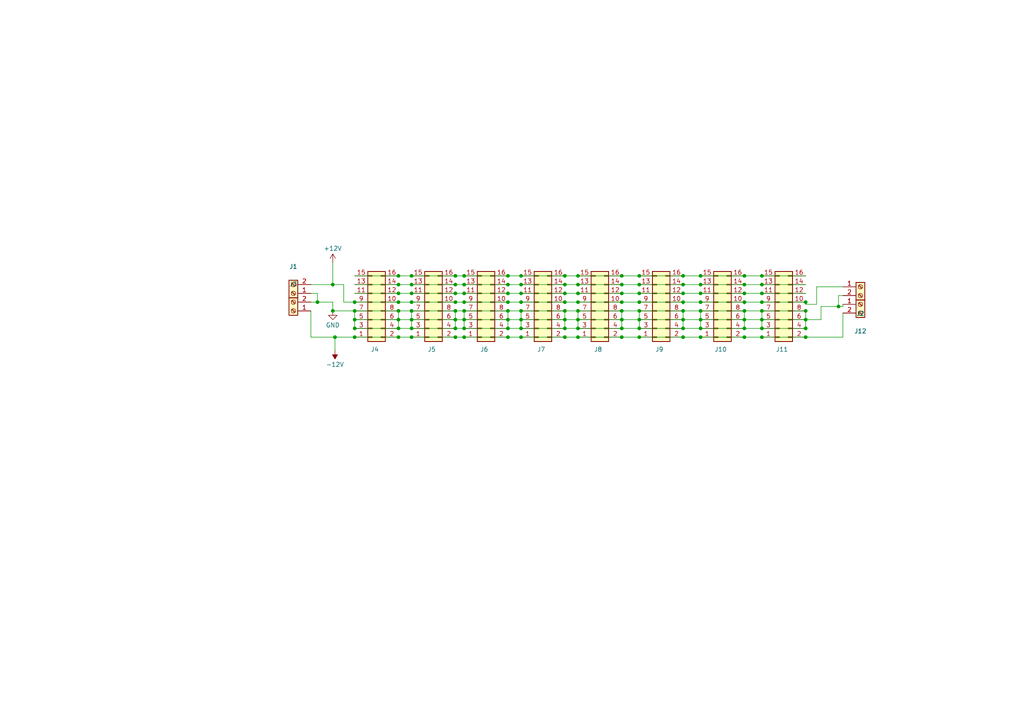
<source format=kicad_sch>
(kicad_sch
	(version 20231120)
	(generator "eeschema")
	(generator_version "8.0")
	(uuid "5b968a2a-0e8d-4a8b-b10b-6d8c01f8bb22")
	(paper "A4")
	(lib_symbols
		(symbol "Connector:Screw_Terminal_01x02"
			(pin_names
				(offset 1.016) hide)
			(exclude_from_sim no)
			(in_bom yes)
			(on_board yes)
			(property "Reference" "J"
				(at 0 2.54 0)
				(effects
					(font
						(size 1.27 1.27)
					)
				)
			)
			(property "Value" "Screw_Terminal_01x02"
				(at 0 -5.08 0)
				(effects
					(font
						(size 1.27 1.27)
					)
				)
			)
			(property "Footprint" ""
				(at 0 0 0)
				(effects
					(font
						(size 1.27 1.27)
					)
					(hide yes)
				)
			)
			(property "Datasheet" "~"
				(at 0 0 0)
				(effects
					(font
						(size 1.27 1.27)
					)
					(hide yes)
				)
			)
			(property "Description" "Generic screw terminal, single row, 01x02, script generated (kicad-library-utils/schlib/autogen/connector/)"
				(at 0 0 0)
				(effects
					(font
						(size 1.27 1.27)
					)
					(hide yes)
				)
			)
			(property "ki_keywords" "screw terminal"
				(at 0 0 0)
				(effects
					(font
						(size 1.27 1.27)
					)
					(hide yes)
				)
			)
			(property "ki_fp_filters" "TerminalBlock*:*"
				(at 0 0 0)
				(effects
					(font
						(size 1.27 1.27)
					)
					(hide yes)
				)
			)
			(symbol "Screw_Terminal_01x02_1_1"
				(rectangle
					(start -1.27 1.27)
					(end 1.27 -3.81)
					(stroke
						(width 0.254)
						(type default)
					)
					(fill
						(type background)
					)
				)
				(circle
					(center 0 -2.54)
					(radius 0.635)
					(stroke
						(width 0.1524)
						(type default)
					)
					(fill
						(type none)
					)
				)
				(polyline
					(pts
						(xy -0.5334 -2.2098) (xy 0.3302 -3.048)
					)
					(stroke
						(width 0.1524)
						(type default)
					)
					(fill
						(type none)
					)
				)
				(polyline
					(pts
						(xy -0.5334 0.3302) (xy 0.3302 -0.508)
					)
					(stroke
						(width 0.1524)
						(type default)
					)
					(fill
						(type none)
					)
				)
				(polyline
					(pts
						(xy -0.3556 -2.032) (xy 0.508 -2.8702)
					)
					(stroke
						(width 0.1524)
						(type default)
					)
					(fill
						(type none)
					)
				)
				(polyline
					(pts
						(xy -0.3556 0.508) (xy 0.508 -0.3302)
					)
					(stroke
						(width 0.1524)
						(type default)
					)
					(fill
						(type none)
					)
				)
				(circle
					(center 0 0)
					(radius 0.635)
					(stroke
						(width 0.1524)
						(type default)
					)
					(fill
						(type none)
					)
				)
				(pin passive line
					(at -5.08 0 0)
					(length 3.81)
					(name "Pin_1"
						(effects
							(font
								(size 1.27 1.27)
							)
						)
					)
					(number "1"
						(effects
							(font
								(size 1.27 1.27)
							)
						)
					)
				)
				(pin passive line
					(at -5.08 -2.54 0)
					(length 3.81)
					(name "Pin_2"
						(effects
							(font
								(size 1.27 1.27)
							)
						)
					)
					(number "2"
						(effects
							(font
								(size 1.27 1.27)
							)
						)
					)
				)
			)
		)
		(symbol "Connector_Generic:Conn_02x08_Odd_Even"
			(pin_names
				(offset 1.016) hide)
			(exclude_from_sim no)
			(in_bom yes)
			(on_board yes)
			(property "Reference" "J"
				(at 1.27 10.16 0)
				(effects
					(font
						(size 1.27 1.27)
					)
				)
			)
			(property "Value" "Conn_02x08_Odd_Even"
				(at 1.27 -12.7 0)
				(effects
					(font
						(size 1.27 1.27)
					)
				)
			)
			(property "Footprint" ""
				(at 0 0 0)
				(effects
					(font
						(size 1.27 1.27)
					)
					(hide yes)
				)
			)
			(property "Datasheet" "~"
				(at 0 0 0)
				(effects
					(font
						(size 1.27 1.27)
					)
					(hide yes)
				)
			)
			(property "Description" "Generic connector, double row, 02x08, odd/even pin numbering scheme (row 1 odd numbers, row 2 even numbers), script generated (kicad-library-utils/schlib/autogen/connector/)"
				(at 0 0 0)
				(effects
					(font
						(size 1.27 1.27)
					)
					(hide yes)
				)
			)
			(property "ki_keywords" "connector"
				(at 0 0 0)
				(effects
					(font
						(size 1.27 1.27)
					)
					(hide yes)
				)
			)
			(property "ki_fp_filters" "Connector*:*_2x??_*"
				(at 0 0 0)
				(effects
					(font
						(size 1.27 1.27)
					)
					(hide yes)
				)
			)
			(symbol "Conn_02x08_Odd_Even_1_1"
				(rectangle
					(start -1.27 -10.033)
					(end 0 -10.287)
					(stroke
						(width 0.1524)
						(type default)
					)
					(fill
						(type none)
					)
				)
				(rectangle
					(start -1.27 -7.493)
					(end 0 -7.747)
					(stroke
						(width 0.1524)
						(type default)
					)
					(fill
						(type none)
					)
				)
				(rectangle
					(start -1.27 -4.953)
					(end 0 -5.207)
					(stroke
						(width 0.1524)
						(type default)
					)
					(fill
						(type none)
					)
				)
				(rectangle
					(start -1.27 -2.413)
					(end 0 -2.667)
					(stroke
						(width 0.1524)
						(type default)
					)
					(fill
						(type none)
					)
				)
				(rectangle
					(start -1.27 0.127)
					(end 0 -0.127)
					(stroke
						(width 0.1524)
						(type default)
					)
					(fill
						(type none)
					)
				)
				(rectangle
					(start -1.27 2.667)
					(end 0 2.413)
					(stroke
						(width 0.1524)
						(type default)
					)
					(fill
						(type none)
					)
				)
				(rectangle
					(start -1.27 5.207)
					(end 0 4.953)
					(stroke
						(width 0.1524)
						(type default)
					)
					(fill
						(type none)
					)
				)
				(rectangle
					(start -1.27 7.747)
					(end 0 7.493)
					(stroke
						(width 0.1524)
						(type default)
					)
					(fill
						(type none)
					)
				)
				(rectangle
					(start -1.27 8.89)
					(end 3.81 -11.43)
					(stroke
						(width 0.254)
						(type default)
					)
					(fill
						(type background)
					)
				)
				(rectangle
					(start 3.81 -10.033)
					(end 2.54 -10.287)
					(stroke
						(width 0.1524)
						(type default)
					)
					(fill
						(type none)
					)
				)
				(rectangle
					(start 3.81 -7.493)
					(end 2.54 -7.747)
					(stroke
						(width 0.1524)
						(type default)
					)
					(fill
						(type none)
					)
				)
				(rectangle
					(start 3.81 -4.953)
					(end 2.54 -5.207)
					(stroke
						(width 0.1524)
						(type default)
					)
					(fill
						(type none)
					)
				)
				(rectangle
					(start 3.81 -2.413)
					(end 2.54 -2.667)
					(stroke
						(width 0.1524)
						(type default)
					)
					(fill
						(type none)
					)
				)
				(rectangle
					(start 3.81 0.127)
					(end 2.54 -0.127)
					(stroke
						(width 0.1524)
						(type default)
					)
					(fill
						(type none)
					)
				)
				(rectangle
					(start 3.81 2.667)
					(end 2.54 2.413)
					(stroke
						(width 0.1524)
						(type default)
					)
					(fill
						(type none)
					)
				)
				(rectangle
					(start 3.81 5.207)
					(end 2.54 4.953)
					(stroke
						(width 0.1524)
						(type default)
					)
					(fill
						(type none)
					)
				)
				(rectangle
					(start 3.81 7.747)
					(end 2.54 7.493)
					(stroke
						(width 0.1524)
						(type default)
					)
					(fill
						(type none)
					)
				)
				(pin passive line
					(at -5.08 7.62 0)
					(length 3.81)
					(name "Pin_1"
						(effects
							(font
								(size 1.27 1.27)
							)
						)
					)
					(number "1"
						(effects
							(font
								(size 1.27 1.27)
							)
						)
					)
				)
				(pin passive line
					(at 7.62 -2.54 180)
					(length 3.81)
					(name "Pin_10"
						(effects
							(font
								(size 1.27 1.27)
							)
						)
					)
					(number "10"
						(effects
							(font
								(size 1.27 1.27)
							)
						)
					)
				)
				(pin passive line
					(at -5.08 -5.08 0)
					(length 3.81)
					(name "Pin_11"
						(effects
							(font
								(size 1.27 1.27)
							)
						)
					)
					(number "11"
						(effects
							(font
								(size 1.27 1.27)
							)
						)
					)
				)
				(pin passive line
					(at 7.62 -5.08 180)
					(length 3.81)
					(name "Pin_12"
						(effects
							(font
								(size 1.27 1.27)
							)
						)
					)
					(number "12"
						(effects
							(font
								(size 1.27 1.27)
							)
						)
					)
				)
				(pin passive line
					(at -5.08 -7.62 0)
					(length 3.81)
					(name "Pin_13"
						(effects
							(font
								(size 1.27 1.27)
							)
						)
					)
					(number "13"
						(effects
							(font
								(size 1.27 1.27)
							)
						)
					)
				)
				(pin passive line
					(at 7.62 -7.62 180)
					(length 3.81)
					(name "Pin_14"
						(effects
							(font
								(size 1.27 1.27)
							)
						)
					)
					(number "14"
						(effects
							(font
								(size 1.27 1.27)
							)
						)
					)
				)
				(pin passive line
					(at -5.08 -10.16 0)
					(length 3.81)
					(name "Pin_15"
						(effects
							(font
								(size 1.27 1.27)
							)
						)
					)
					(number "15"
						(effects
							(font
								(size 1.27 1.27)
							)
						)
					)
				)
				(pin passive line
					(at 7.62 -10.16 180)
					(length 3.81)
					(name "Pin_16"
						(effects
							(font
								(size 1.27 1.27)
							)
						)
					)
					(number "16"
						(effects
							(font
								(size 1.27 1.27)
							)
						)
					)
				)
				(pin passive line
					(at 7.62 7.62 180)
					(length 3.81)
					(name "Pin_2"
						(effects
							(font
								(size 1.27 1.27)
							)
						)
					)
					(number "2"
						(effects
							(font
								(size 1.27 1.27)
							)
						)
					)
				)
				(pin passive line
					(at -5.08 5.08 0)
					(length 3.81)
					(name "Pin_3"
						(effects
							(font
								(size 1.27 1.27)
							)
						)
					)
					(number "3"
						(effects
							(font
								(size 1.27 1.27)
							)
						)
					)
				)
				(pin passive line
					(at 7.62 5.08 180)
					(length 3.81)
					(name "Pin_4"
						(effects
							(font
								(size 1.27 1.27)
							)
						)
					)
					(number "4"
						(effects
							(font
								(size 1.27 1.27)
							)
						)
					)
				)
				(pin passive line
					(at -5.08 2.54 0)
					(length 3.81)
					(name "Pin_5"
						(effects
							(font
								(size 1.27 1.27)
							)
						)
					)
					(number "5"
						(effects
							(font
								(size 1.27 1.27)
							)
						)
					)
				)
				(pin passive line
					(at 7.62 2.54 180)
					(length 3.81)
					(name "Pin_6"
						(effects
							(font
								(size 1.27 1.27)
							)
						)
					)
					(number "6"
						(effects
							(font
								(size 1.27 1.27)
							)
						)
					)
				)
				(pin passive line
					(at -5.08 0 0)
					(length 3.81)
					(name "Pin_7"
						(effects
							(font
								(size 1.27 1.27)
							)
						)
					)
					(number "7"
						(effects
							(font
								(size 1.27 1.27)
							)
						)
					)
				)
				(pin passive line
					(at 7.62 0 180)
					(length 3.81)
					(name "Pin_8"
						(effects
							(font
								(size 1.27 1.27)
							)
						)
					)
					(number "8"
						(effects
							(font
								(size 1.27 1.27)
							)
						)
					)
				)
				(pin passive line
					(at -5.08 -2.54 0)
					(length 3.81)
					(name "Pin_9"
						(effects
							(font
								(size 1.27 1.27)
							)
						)
					)
					(number "9"
						(effects
							(font
								(size 1.27 1.27)
							)
						)
					)
				)
			)
		)
		(symbol "power:+12V"
			(power)
			(pin_names
				(offset 0)
			)
			(exclude_from_sim no)
			(in_bom yes)
			(on_board yes)
			(property "Reference" "#PWR"
				(at 0 -3.81 0)
				(effects
					(font
						(size 1.27 1.27)
					)
					(hide yes)
				)
			)
			(property "Value" "+12V"
				(at 0 3.556 0)
				(effects
					(font
						(size 1.27 1.27)
					)
				)
			)
			(property "Footprint" ""
				(at 0 0 0)
				(effects
					(font
						(size 1.27 1.27)
					)
					(hide yes)
				)
			)
			(property "Datasheet" ""
				(at 0 0 0)
				(effects
					(font
						(size 1.27 1.27)
					)
					(hide yes)
				)
			)
			(property "Description" "Power symbol creates a global label with name \"+12V\""
				(at 0 0 0)
				(effects
					(font
						(size 1.27 1.27)
					)
					(hide yes)
				)
			)
			(property "ki_keywords" "global power"
				(at 0 0 0)
				(effects
					(font
						(size 1.27 1.27)
					)
					(hide yes)
				)
			)
			(symbol "+12V_0_1"
				(polyline
					(pts
						(xy -0.762 1.27) (xy 0 2.54)
					)
					(stroke
						(width 0)
						(type default)
					)
					(fill
						(type none)
					)
				)
				(polyline
					(pts
						(xy 0 0) (xy 0 2.54)
					)
					(stroke
						(width 0)
						(type default)
					)
					(fill
						(type none)
					)
				)
				(polyline
					(pts
						(xy 0 2.54) (xy 0.762 1.27)
					)
					(stroke
						(width 0)
						(type default)
					)
					(fill
						(type none)
					)
				)
			)
			(symbol "+12V_1_1"
				(pin power_in line
					(at 0 0 90)
					(length 0) hide
					(name "+12V"
						(effects
							(font
								(size 1.27 1.27)
							)
						)
					)
					(number "1"
						(effects
							(font
								(size 1.27 1.27)
							)
						)
					)
				)
			)
		)
		(symbol "power:-12V"
			(power)
			(pin_names
				(offset 0)
			)
			(exclude_from_sim no)
			(in_bom yes)
			(on_board yes)
			(property "Reference" "#PWR"
				(at 0 2.54 0)
				(effects
					(font
						(size 1.27 1.27)
					)
					(hide yes)
				)
			)
			(property "Value" "-12V"
				(at 0 3.81 0)
				(effects
					(font
						(size 1.27 1.27)
					)
				)
			)
			(property "Footprint" ""
				(at 0 0 0)
				(effects
					(font
						(size 1.27 1.27)
					)
					(hide yes)
				)
			)
			(property "Datasheet" ""
				(at 0 0 0)
				(effects
					(font
						(size 1.27 1.27)
					)
					(hide yes)
				)
			)
			(property "Description" "Power symbol creates a global label with name \"-12V\""
				(at 0 0 0)
				(effects
					(font
						(size 1.27 1.27)
					)
					(hide yes)
				)
			)
			(property "ki_keywords" "global power"
				(at 0 0 0)
				(effects
					(font
						(size 1.27 1.27)
					)
					(hide yes)
				)
			)
			(symbol "-12V_0_0"
				(pin power_in line
					(at 0 0 90)
					(length 0) hide
					(name "-12V"
						(effects
							(font
								(size 1.27 1.27)
							)
						)
					)
					(number "1"
						(effects
							(font
								(size 1.27 1.27)
							)
						)
					)
				)
			)
			(symbol "-12V_0_1"
				(polyline
					(pts
						(xy 0 0) (xy 0 1.27) (xy 0.762 1.27) (xy 0 2.54) (xy -0.762 1.27) (xy 0 1.27)
					)
					(stroke
						(width 0)
						(type default)
					)
					(fill
						(type outline)
					)
				)
			)
		)
		(symbol "power:GND"
			(power)
			(pin_names
				(offset 0)
			)
			(exclude_from_sim no)
			(in_bom yes)
			(on_board yes)
			(property "Reference" "#PWR"
				(at 0 -6.35 0)
				(effects
					(font
						(size 1.27 1.27)
					)
					(hide yes)
				)
			)
			(property "Value" "GND"
				(at 0 -3.81 0)
				(effects
					(font
						(size 1.27 1.27)
					)
				)
			)
			(property "Footprint" ""
				(at 0 0 0)
				(effects
					(font
						(size 1.27 1.27)
					)
					(hide yes)
				)
			)
			(property "Datasheet" ""
				(at 0 0 0)
				(effects
					(font
						(size 1.27 1.27)
					)
					(hide yes)
				)
			)
			(property "Description" "Power symbol creates a global label with name \"GND\" , ground"
				(at 0 0 0)
				(effects
					(font
						(size 1.27 1.27)
					)
					(hide yes)
				)
			)
			(property "ki_keywords" "global power"
				(at 0 0 0)
				(effects
					(font
						(size 1.27 1.27)
					)
					(hide yes)
				)
			)
			(symbol "GND_0_1"
				(polyline
					(pts
						(xy 0 0) (xy 0 -1.27) (xy 1.27 -1.27) (xy 0 -2.54) (xy -1.27 -1.27) (xy 0 -1.27)
					)
					(stroke
						(width 0)
						(type default)
					)
					(fill
						(type none)
					)
				)
			)
			(symbol "GND_1_1"
				(pin power_in line
					(at 0 0 270)
					(length 0) hide
					(name "GND"
						(effects
							(font
								(size 1.27 1.27)
							)
						)
					)
					(number "1"
						(effects
							(font
								(size 1.27 1.27)
							)
						)
					)
				)
			)
		)
	)
	(junction
		(at 233.68 87.63)
		(diameter 0)
		(color 0 0 0 0)
		(uuid "02731194-f046-401a-8437-af6e32ba1b42")
	)
	(junction
		(at 185.42 97.79)
		(diameter 0)
		(color 0 0 0 0)
		(uuid "042fd47e-8c11-47ce-ac2f-eaff190ad359")
	)
	(junction
		(at 151.13 82.55)
		(diameter 0)
		(color 0 0 0 0)
		(uuid "0573b418-a1d0-4391-9e49-72cff5819ce6")
	)
	(junction
		(at 185.42 87.63)
		(diameter 0)
		(color 0 0 0 0)
		(uuid "065afa1d-caf0-42ef-bc3c-0f19b5aa027b")
	)
	(junction
		(at 147.32 95.25)
		(diameter 0)
		(color 0 0 0 0)
		(uuid "070a00c5-4a20-4939-9cae-d8027bd59f5c")
	)
	(junction
		(at 119.38 97.79)
		(diameter 0)
		(color 0 0 0 0)
		(uuid "081f275d-50d5-48bf-b6e1-dfcc3be4bb64")
	)
	(junction
		(at 215.9 97.79)
		(diameter 0)
		(color 0 0 0 0)
		(uuid "0920a471-3716-4f19-96a1-ce6b267bfca3")
	)
	(junction
		(at 132.08 82.55)
		(diameter 0)
		(color 0 0 0 0)
		(uuid "09a013b4-d5c8-4e8f-a45f-c951437b73ad")
	)
	(junction
		(at 220.98 97.79)
		(diameter 0)
		(color 0 0 0 0)
		(uuid "0a1c0b94-756d-465b-904d-bb7aa749f0dc")
	)
	(junction
		(at 243.205 88.9)
		(diameter 0)
		(color 0 0 0 0)
		(uuid "0e85766e-912e-4370-9e4a-a8d434be5805")
	)
	(junction
		(at 115.57 87.63)
		(diameter 0)
		(color 0 0 0 0)
		(uuid "0e915445-5b63-45ff-ab40-ee9b424fdbbc")
	)
	(junction
		(at 151.13 90.17)
		(diameter 0)
		(color 0 0 0 0)
		(uuid "0f8052ce-94a1-4fe0-8677-599f12325458")
	)
	(junction
		(at 198.12 95.25)
		(diameter 0)
		(color 0 0 0 0)
		(uuid "17c4d20e-c890-4231-8826-e5baca19f929")
	)
	(junction
		(at 163.83 82.55)
		(diameter 0)
		(color 0 0 0 0)
		(uuid "191fd6e5-c2fc-41c5-b3f5-e790314fdd3d")
	)
	(junction
		(at 119.38 82.55)
		(diameter 0)
		(color 0 0 0 0)
		(uuid "1e188a13-3ba8-4e78-92d2-fc094e3196c5")
	)
	(junction
		(at 102.87 87.63)
		(diameter 0)
		(color 0 0 0 0)
		(uuid "1f804607-da6c-4995-a5d2-fbfb43af4164")
	)
	(junction
		(at 151.13 85.09)
		(diameter 0)
		(color 0 0 0 0)
		(uuid "23a18168-3204-44af-8050-b013970b6202")
	)
	(junction
		(at 215.9 95.25)
		(diameter 0)
		(color 0 0 0 0)
		(uuid "272e23d8-3a9e-45f7-9e75-4bb8ace3b1d1")
	)
	(junction
		(at 233.68 92.71)
		(diameter 0)
		(color 0 0 0 0)
		(uuid "292ff6c1-f9e5-42ca-9a15-ef6c907eef0e")
	)
	(junction
		(at 220.98 87.63)
		(diameter 0)
		(color 0 0 0 0)
		(uuid "2b5ca66a-8a90-45d6-ab23-b976948516f5")
	)
	(junction
		(at 151.13 92.71)
		(diameter 0)
		(color 0 0 0 0)
		(uuid "2d24fbbf-5228-4f9b-82fd-c7e8070f4ef5")
	)
	(junction
		(at 220.98 90.17)
		(diameter 0)
		(color 0 0 0 0)
		(uuid "2e9a0de7-f1e2-4521-884e-273453122d82")
	)
	(junction
		(at 147.32 92.71)
		(diameter 0)
		(color 0 0 0 0)
		(uuid "2fc8a261-06ed-4b05-8a38-8d8bbe35a925")
	)
	(junction
		(at 198.12 80.01)
		(diameter 0)
		(color 0 0 0 0)
		(uuid "31cefd53-f85a-4beb-a003-0e0298b1fc94")
	)
	(junction
		(at 147.32 82.55)
		(diameter 0)
		(color 0 0 0 0)
		(uuid "32b541a9-e063-43fb-a51d-8c36e7c1b752")
	)
	(junction
		(at 215.9 80.01)
		(diameter 0)
		(color 0 0 0 0)
		(uuid "34addfb1-9c87-4c8b-b69b-f1c1b1e18811")
	)
	(junction
		(at 203.2 97.79)
		(diameter 0)
		(color 0 0 0 0)
		(uuid "34b9c76c-28ab-4587-8127-02152f5da11e")
	)
	(junction
		(at 115.57 80.01)
		(diameter 0)
		(color 0 0 0 0)
		(uuid "3ace9d2b-d688-476a-af69-c7794a424595")
	)
	(junction
		(at 119.38 95.25)
		(diameter 0)
		(color 0 0 0 0)
		(uuid "4048703b-b084-42b6-aaec-927e326bd02e")
	)
	(junction
		(at 163.83 80.01)
		(diameter 0)
		(color 0 0 0 0)
		(uuid "4325d22e-2368-453e-8d62-8570770c5ed4")
	)
	(junction
		(at 115.57 85.09)
		(diameter 0)
		(color 0 0 0 0)
		(uuid "46f44796-abe1-43e7-b865-c0d3a34ac833")
	)
	(junction
		(at 185.42 95.25)
		(diameter 0)
		(color 0 0 0 0)
		(uuid "4779fd56-1e97-4f6f-adc1-74999e052db3")
	)
	(junction
		(at 102.87 97.79)
		(diameter 0)
		(color 0 0 0 0)
		(uuid "47a3a139-d6b1-4863-a47d-e62a7aee5519")
	)
	(junction
		(at 180.34 82.55)
		(diameter 0)
		(color 0 0 0 0)
		(uuid "47f552a1-fcaa-4586-bf8c-09cc75d0fcb6")
	)
	(junction
		(at 119.38 80.01)
		(diameter 0)
		(color 0 0 0 0)
		(uuid "4cefff5f-c099-441a-ab3c-65c422b8ff4e")
	)
	(junction
		(at 92.075 87.63)
		(diameter 0)
		(color 0 0 0 0)
		(uuid "4e78047d-5fd7-4732-9865-2c4ca46d0219")
	)
	(junction
		(at 132.08 87.63)
		(diameter 0)
		(color 0 0 0 0)
		(uuid "4eaa7577-1d2e-4c07-8ea7-1d4e71503221")
	)
	(junction
		(at 198.12 90.17)
		(diameter 0)
		(color 0 0 0 0)
		(uuid "52279df6-1c13-47b5-b228-a60f6ebdbac9")
	)
	(junction
		(at 119.38 87.63)
		(diameter 0)
		(color 0 0 0 0)
		(uuid "5513fbdb-26af-4d30-a082-558a2b0aec58")
	)
	(junction
		(at 134.62 87.63)
		(diameter 0)
		(color 0 0 0 0)
		(uuid "55559430-ee06-4f11-b976-764f795b3062")
	)
	(junction
		(at 167.64 80.01)
		(diameter 0)
		(color 0 0 0 0)
		(uuid "56fb0421-ed9b-41db-a002-badfc08da256")
	)
	(junction
		(at 151.13 87.63)
		(diameter 0)
		(color 0 0 0 0)
		(uuid "5c86faff-9eab-4037-bc3e-cf9bb40ea007")
	)
	(junction
		(at 220.98 95.25)
		(diameter 0)
		(color 0 0 0 0)
		(uuid "5ca4b677-5a12-4373-b5c4-91cf28c2088c")
	)
	(junction
		(at 220.98 80.01)
		(diameter 0)
		(color 0 0 0 0)
		(uuid "5ed8a88b-1669-44b6-8af9-c4077c2ff766")
	)
	(junction
		(at 119.38 90.17)
		(diameter 0)
		(color 0 0 0 0)
		(uuid "609d358a-1bed-4716-b8a2-58f0d922533d")
	)
	(junction
		(at 203.2 82.55)
		(diameter 0)
		(color 0 0 0 0)
		(uuid "62c26011-4f57-4c8c-bacf-1c2daa8acb11")
	)
	(junction
		(at 198.12 92.71)
		(diameter 0)
		(color 0 0 0 0)
		(uuid "6904f4b7-915f-4dd0-8feb-f877de321a76")
	)
	(junction
		(at 147.32 87.63)
		(diameter 0)
		(color 0 0 0 0)
		(uuid "6de32564-0688-4575-8b76-dda815cecaf4")
	)
	(junction
		(at 134.62 80.01)
		(diameter 0)
		(color 0 0 0 0)
		(uuid "6e8e6316-c44a-4467-8141-ef4ceb167a1d")
	)
	(junction
		(at 115.57 90.17)
		(diameter 0)
		(color 0 0 0 0)
		(uuid "6f02f02f-00e0-4d65-b1db-abcf8257e1ee")
	)
	(junction
		(at 180.34 97.79)
		(diameter 0)
		(color 0 0 0 0)
		(uuid "70c23dc1-69e6-46fe-89c3-706981b295d8")
	)
	(junction
		(at 198.12 82.55)
		(diameter 0)
		(color 0 0 0 0)
		(uuid "7452d2ab-f76e-4c4e-a7f6-b007773ac517")
	)
	(junction
		(at 163.83 95.25)
		(diameter 0)
		(color 0 0 0 0)
		(uuid "76925df0-70e5-4a78-80f4-93b03958da86")
	)
	(junction
		(at 119.38 92.71)
		(diameter 0)
		(color 0 0 0 0)
		(uuid "785f757f-99f1-43e7-9ac6-31e721a7aeab")
	)
	(junction
		(at 163.83 97.79)
		(diameter 0)
		(color 0 0 0 0)
		(uuid "79e7c9ad-9ad1-4b44-9fcb-45b5bbc02f95")
	)
	(junction
		(at 220.98 82.55)
		(diameter 0)
		(color 0 0 0 0)
		(uuid "7aa946ce-5b1b-4d11-b457-5756046fdd23")
	)
	(junction
		(at 147.32 97.79)
		(diameter 0)
		(color 0 0 0 0)
		(uuid "7b0d7ceb-ec81-4a27-b7de-d71d387ef2a4")
	)
	(junction
		(at 167.64 82.55)
		(diameter 0)
		(color 0 0 0 0)
		(uuid "7b9f43f2-1d33-498e-81f2-e59a66d24351")
	)
	(junction
		(at 134.62 82.55)
		(diameter 0)
		(color 0 0 0 0)
		(uuid "7cf547ed-6623-4d4d-a14e-6fdfaa1ead9b")
	)
	(junction
		(at 115.57 97.79)
		(diameter 0)
		(color 0 0 0 0)
		(uuid "806e29b2-5441-4994-b1b5-276a395428ac")
	)
	(junction
		(at 151.13 80.01)
		(diameter 0)
		(color 0 0 0 0)
		(uuid "808461ff-9c6f-42c2-869b-b014a07fdf8b")
	)
	(junction
		(at 215.9 92.71)
		(diameter 0)
		(color 0 0 0 0)
		(uuid "8115277a-b550-4191-a0b0-836341026760")
	)
	(junction
		(at 132.08 97.79)
		(diameter 0)
		(color 0 0 0 0)
		(uuid "8450780c-0cca-40d0-8fd5-9d2dfc3e7682")
	)
	(junction
		(at 151.13 97.79)
		(diameter 0)
		(color 0 0 0 0)
		(uuid "845f649c-059e-4e8a-8971-26d6ad69ebe3")
	)
	(junction
		(at 134.62 85.09)
		(diameter 0)
		(color 0 0 0 0)
		(uuid "89cbeaff-ea99-4154-b50b-6905cce3bf30")
	)
	(junction
		(at 102.87 95.25)
		(diameter 0)
		(color 0 0 0 0)
		(uuid "8cd2eb4a-3c8e-4115-bc43-2e42ad225641")
	)
	(junction
		(at 147.32 85.09)
		(diameter 0)
		(color 0 0 0 0)
		(uuid "929bf3e7-57d5-490a-8a1f-d427c3f89d66")
	)
	(junction
		(at 198.12 97.79)
		(diameter 0)
		(color 0 0 0 0)
		(uuid "938c8215-5e25-4a79-b0cc-0d4f7d35b731")
	)
	(junction
		(at 185.42 80.01)
		(diameter 0)
		(color 0 0 0 0)
		(uuid "94f99f2e-5e70-4ad6-a383-a66aa021d768")
	)
	(junction
		(at 180.34 85.09)
		(diameter 0)
		(color 0 0 0 0)
		(uuid "9691233a-e10b-4822-9e24-1234eaa2e47e")
	)
	(junction
		(at 185.42 92.71)
		(diameter 0)
		(color 0 0 0 0)
		(uuid "9cbe1ae0-d4e6-493a-af84-0ea9add79e72")
	)
	(junction
		(at 215.9 85.09)
		(diameter 0)
		(color 0 0 0 0)
		(uuid "9d297246-55e2-41bb-bd30-5e4d79ed0efc")
	)
	(junction
		(at 115.57 95.25)
		(diameter 0)
		(color 0 0 0 0)
		(uuid "9d90da38-7f9c-4cdd-b40b-7d9634dbb872")
	)
	(junction
		(at 233.68 97.79)
		(diameter 0)
		(color 0 0 0 0)
		(uuid "9f6d50c8-2d01-4b17-b22c-2ab1be404714")
	)
	(junction
		(at 215.9 82.55)
		(diameter 0)
		(color 0 0 0 0)
		(uuid "a2aa1ee0-08c7-4b60-965f-e3cdddae2d39")
	)
	(junction
		(at 233.68 90.17)
		(diameter 0)
		(color 0 0 0 0)
		(uuid "a338dfa3-f9d4-49c4-b3f4-ef95966fe552")
	)
	(junction
		(at 167.64 87.63)
		(diameter 0)
		(color 0 0 0 0)
		(uuid "a386f104-baaa-44b4-98ad-09f229ed4fdb")
	)
	(junction
		(at 147.32 80.01)
		(diameter 0)
		(color 0 0 0 0)
		(uuid "a42a8bf6-0df9-417e-b4a2-42feb1a71c6d")
	)
	(junction
		(at 132.08 90.17)
		(diameter 0)
		(color 0 0 0 0)
		(uuid "a42a991e-b0c0-4081-ba9c-306e57f3fb8b")
	)
	(junction
		(at 180.34 95.25)
		(diameter 0)
		(color 0 0 0 0)
		(uuid "a4396d99-878c-41eb-a633-eedd88a9105d")
	)
	(junction
		(at 185.42 90.17)
		(diameter 0)
		(color 0 0 0 0)
		(uuid "a4ba02be-2a43-4932-ad8c-bfbb622cd479")
	)
	(junction
		(at 203.2 80.01)
		(diameter 0)
		(color 0 0 0 0)
		(uuid "a4be6d42-6a09-4468-9981-d5c51410617b")
	)
	(junction
		(at 167.64 85.09)
		(diameter 0)
		(color 0 0 0 0)
		(uuid "a81d5f8d-74f6-433c-b833-dedfb166aae6")
	)
	(junction
		(at 147.32 90.17)
		(diameter 0)
		(color 0 0 0 0)
		(uuid "ac00d0a1-81f8-426a-a491-c074d6b8449d")
	)
	(junction
		(at 180.34 92.71)
		(diameter 0)
		(color 0 0 0 0)
		(uuid "ae000478-6f9a-47d0-bc21-26e30a6a4121")
	)
	(junction
		(at 163.83 87.63)
		(diameter 0)
		(color 0 0 0 0)
		(uuid "b02e9293-dad7-4106-9aab-ee9d255c0e6a")
	)
	(junction
		(at 115.57 92.71)
		(diameter 0)
		(color 0 0 0 0)
		(uuid "b36637e4-d66b-4c2d-a951-0a2047436f0f")
	)
	(junction
		(at 151.13 95.25)
		(diameter 0)
		(color 0 0 0 0)
		(uuid "b38bfa1d-e4e2-4b20-913b-aa997559f23c")
	)
	(junction
		(at 233.68 95.25)
		(diameter 0)
		(color 0 0 0 0)
		(uuid "b7c8196c-1906-4b13-bd00-d948c815f46f")
	)
	(junction
		(at 132.08 92.71)
		(diameter 0)
		(color 0 0 0 0)
		(uuid "b91ee32a-7782-490a-83e9-fbfe9c84eccf")
	)
	(junction
		(at 134.62 95.25)
		(diameter 0)
		(color 0 0 0 0)
		(uuid "ba676223-7085-4efc-ab9c-c8aa0e4044e2")
	)
	(junction
		(at 185.42 85.09)
		(diameter 0)
		(color 0 0 0 0)
		(uuid "bc47ccdb-81c4-413b-aa43-f4352c5413f4")
	)
	(junction
		(at 167.64 97.79)
		(diameter 0)
		(color 0 0 0 0)
		(uuid "bf8c397f-dff6-4e9f-819e-8890ec810d8f")
	)
	(junction
		(at 96.52 90.17)
		(diameter 0)
		(color 0 0 0 0)
		(uuid "c12efc32-a9d9-44fe-a461-2031aa278415")
	)
	(junction
		(at 134.62 90.17)
		(diameter 0)
		(color 0 0 0 0)
		(uuid "c15a35de-251b-4886-accd-ed068839a701")
	)
	(junction
		(at 134.62 92.71)
		(diameter 0)
		(color 0 0 0 0)
		(uuid "c1947cce-558f-4a6e-83c7-51d5c54ee494")
	)
	(junction
		(at 220.98 92.71)
		(diameter 0)
		(color 0 0 0 0)
		(uuid "c367b72e-6451-4603-960c-294c255e1034")
	)
	(junction
		(at 203.2 95.25)
		(diameter 0)
		(color 0 0 0 0)
		(uuid "c3d5c2d1-b491-45f4-8e27-ad0daea895f0")
	)
	(junction
		(at 167.64 92.71)
		(diameter 0)
		(color 0 0 0 0)
		(uuid "c52c45f7-8175-4a73-9a50-a4a4d93fb36e")
	)
	(junction
		(at 119.38 85.09)
		(diameter 0)
		(color 0 0 0 0)
		(uuid "c713df6e-ba0e-43ff-a4da-0ba50ac5e130")
	)
	(junction
		(at 167.64 90.17)
		(diameter 0)
		(color 0 0 0 0)
		(uuid "cb7b967d-1ce8-439c-9322-39cd83916fdf")
	)
	(junction
		(at 163.83 85.09)
		(diameter 0)
		(color 0 0 0 0)
		(uuid "d2babdb1-114b-49a9-a9f8-3f5573cc48a0")
	)
	(junction
		(at 180.34 80.01)
		(diameter 0)
		(color 0 0 0 0)
		(uuid "d4e90644-a70d-43c3-ac08-6006024f07a0")
	)
	(junction
		(at 203.2 87.63)
		(diameter 0)
		(color 0 0 0 0)
		(uuid "d502e31d-b52a-4822-b129-f88b58cb76e2")
	)
	(junction
		(at 102.87 92.71)
		(diameter 0)
		(color 0 0 0 0)
		(uuid "d73f24a3-f603-4cd0-8ea9-ca15727b221f")
	)
	(junction
		(at 198.12 85.09)
		(diameter 0)
		(color 0 0 0 0)
		(uuid "d8d955f2-9b40-485e-9470-f3ea6f2e4cc6")
	)
	(junction
		(at 132.08 80.01)
		(diameter 0)
		(color 0 0 0 0)
		(uuid "d9593989-3517-4eca-9a5a-cb509520f5b3")
	)
	(junction
		(at 220.98 85.09)
		(diameter 0)
		(color 0 0 0 0)
		(uuid "d9ac9347-d1b3-459f-b47e-f16e53cd79e0")
	)
	(junction
		(at 132.08 95.25)
		(diameter 0)
		(color 0 0 0 0)
		(uuid "dda1baf0-659d-476e-bf2a-bd64dcdad836")
	)
	(junction
		(at 102.87 90.17)
		(diameter 0)
		(color 0 0 0 0)
		(uuid "e186fe04-38a4-4eff-bac2-329af3a1648e")
	)
	(junction
		(at 132.08 85.09)
		(diameter 0)
		(color 0 0 0 0)
		(uuid "e1d8f972-ace5-4fcc-8e57-d428b6217736")
	)
	(junction
		(at 203.2 90.17)
		(diameter 0)
		(color 0 0 0 0)
		(uuid "e2b03057-7f73-4e94-99ad-887e3faaaba6")
	)
	(junction
		(at 215.9 87.63)
		(diameter 0)
		(color 0 0 0 0)
		(uuid "e2ef36e5-3fca-4e9c-8ead-3cb046965eaa")
	)
	(junction
		(at 97.155 97.79)
		(diameter 0)
		(color 0 0 0 0)
		(uuid "e3f7b16b-e77c-471d-98b6-37f74578a628")
	)
	(junction
		(at 180.34 87.63)
		(diameter 0)
		(color 0 0 0 0)
		(uuid "e43de6f5-05be-49fe-b622-e4fbcd6d7ff0")
	)
	(junction
		(at 203.2 85.09)
		(diameter 0)
		(color 0 0 0 0)
		(uuid "e4760d67-fd31-484a-84f2-de1217130f02")
	)
	(junction
		(at 96.52 82.55)
		(diameter 0)
		(color 0 0 0 0)
		(uuid "e587edc9-b097-473e-b490-39a16d4bcae8")
	)
	(junction
		(at 163.83 90.17)
		(diameter 0)
		(color 0 0 0 0)
		(uuid "ea53ed75-8df9-4e0d-93ce-0a8466ca59df")
	)
	(junction
		(at 167.64 95.25)
		(diameter 0)
		(color 0 0 0 0)
		(uuid "ee85d50f-fa34-4f3c-bba8-81a40cc4e388")
	)
	(junction
		(at 203.2 92.71)
		(diameter 0)
		(color 0 0 0 0)
		(uuid "ef591b63-0152-48f2-8e1c-d1cd0674167e")
	)
	(junction
		(at 180.34 90.17)
		(diameter 0)
		(color 0 0 0 0)
		(uuid "f23fb278-9232-4a81-b684-80ecc4f4bffa")
	)
	(junction
		(at 115.57 82.55)
		(diameter 0)
		(color 0 0 0 0)
		(uuid "f77fb142-b9dc-44b9-8342-9c6c4ae91244")
	)
	(junction
		(at 185.42 82.55)
		(diameter 0)
		(color 0 0 0 0)
		(uuid "f7b3f7bf-495b-4a5a-9850-0ad030218b86")
	)
	(junction
		(at 163.83 92.71)
		(diameter 0)
		(color 0 0 0 0)
		(uuid "f924442a-1594-4e55-85ab-96315b890139")
	)
	(junction
		(at 134.62 97.79)
		(diameter 0)
		(color 0 0 0 0)
		(uuid "fa7b5ced-004c-4b60-a29b-231a2876a19e")
	)
	(junction
		(at 215.9 90.17)
		(diameter 0)
		(color 0 0 0 0)
		(uuid "fb1abd25-a395-4a9b-b644-e0f9cea8f7ff")
	)
	(junction
		(at 198.12 87.63)
		(diameter 0)
		(color 0 0 0 0)
		(uuid "feb51a90-1bd5-4bcb-9e04-cda7bfdd2c51")
	)
	(wire
		(pts
			(xy 115.57 97.79) (xy 119.38 97.79)
		)
		(stroke
			(width 0)
			(type default)
		)
		(uuid "01b07007-57dd-4ad7-880b-8873331503a6")
	)
	(wire
		(pts
			(xy 163.83 87.63) (xy 167.64 87.63)
		)
		(stroke
			(width 0)
			(type default)
		)
		(uuid "021072f3-72c6-4baf-aca0-d54dd9f155e8")
	)
	(wire
		(pts
			(xy 220.98 92.71) (xy 220.98 95.25)
		)
		(stroke
			(width 0)
			(type default)
		)
		(uuid "028f6493-6be2-4fcf-b132-e63675cf61e5")
	)
	(wire
		(pts
			(xy 220.98 97.79) (xy 233.68 97.79)
		)
		(stroke
			(width 0)
			(type default)
		)
		(uuid "06401e34-2a41-4152-9d53-3527868aa9c8")
	)
	(wire
		(pts
			(xy 233.68 90.17) (xy 233.68 92.71)
		)
		(stroke
			(width 0)
			(type default)
		)
		(uuid "07bc50d0-d83b-4895-aa20-2fec8ef99553")
	)
	(wire
		(pts
			(xy 180.34 90.17) (xy 185.42 90.17)
		)
		(stroke
			(width 0)
			(type default)
		)
		(uuid "0a2fe61a-b93a-4074-97c3-f057b0aa04fd")
	)
	(wire
		(pts
			(xy 132.08 85.09) (xy 134.62 85.09)
		)
		(stroke
			(width 0)
			(type default)
		)
		(uuid "0ef2dfbb-e213-4e6c-8dd2-9c1f8b52363a")
	)
	(wire
		(pts
			(xy 167.64 95.25) (xy 180.34 95.25)
		)
		(stroke
			(width 0)
			(type default)
		)
		(uuid "0f2ce108-474d-4fe9-a502-a7d1e9c7a4df")
	)
	(wire
		(pts
			(xy 203.2 82.55) (xy 215.9 82.55)
		)
		(stroke
			(width 0)
			(type default)
		)
		(uuid "0f49f07e-51c3-4c49-9229-3dc8e44e921c")
	)
	(wire
		(pts
			(xy 215.9 85.09) (xy 220.98 85.09)
		)
		(stroke
			(width 0)
			(type default)
		)
		(uuid "0f72cba8-91bf-4deb-88d8-25f448c70cb3")
	)
	(wire
		(pts
			(xy 238.125 88.9) (xy 238.125 92.71)
		)
		(stroke
			(width 0)
			(type default)
		)
		(uuid "108d80dd-c95b-4588-b93c-0a232d938219")
	)
	(wire
		(pts
			(xy 102.87 95.25) (xy 115.57 95.25)
		)
		(stroke
			(width 0)
			(type default)
		)
		(uuid "11557c85-fc53-470d-9352-9e81035f6440")
	)
	(wire
		(pts
			(xy 119.38 97.79) (xy 132.08 97.79)
		)
		(stroke
			(width 0)
			(type default)
		)
		(uuid "13f8e960-3de6-4ec4-9272-6e7b835f81d3")
	)
	(wire
		(pts
			(xy 236.855 88.265) (xy 233.68 88.265)
		)
		(stroke
			(width 0)
			(type default)
		)
		(uuid "144d229f-4a69-46ef-ba34-fa7b5d310782")
	)
	(wire
		(pts
			(xy 233.68 88.265) (xy 233.68 87.63)
		)
		(stroke
			(width 0)
			(type default)
		)
		(uuid "19681f17-d1fd-4482-a19e-e0294757dcde")
	)
	(wire
		(pts
			(xy 167.64 92.71) (xy 180.34 92.71)
		)
		(stroke
			(width 0)
			(type default)
		)
		(uuid "1c19ccc0-5d3b-41f0-8b53-f210f9de1fe8")
	)
	(wire
		(pts
			(xy 163.83 85.09) (xy 167.64 85.09)
		)
		(stroke
			(width 0)
			(type default)
		)
		(uuid "1dd40a21-9716-4515-bf51-1fbc4f41d897")
	)
	(wire
		(pts
			(xy 198.12 95.25) (xy 203.2 95.25)
		)
		(stroke
			(width 0)
			(type default)
		)
		(uuid "1e88faec-b96e-44f3-97f4-830c5217d19c")
	)
	(wire
		(pts
			(xy 167.64 82.55) (xy 180.34 82.55)
		)
		(stroke
			(width 0)
			(type default)
		)
		(uuid "1ed76147-800a-45b0-a223-7e28aba0b6bc")
	)
	(wire
		(pts
			(xy 185.42 97.79) (xy 198.12 97.79)
		)
		(stroke
			(width 0)
			(type default)
		)
		(uuid "21c1085f-927d-48b9-8626-adf85f0587e7")
	)
	(wire
		(pts
			(xy 233.68 92.71) (xy 233.68 95.25)
		)
		(stroke
			(width 0)
			(type default)
		)
		(uuid "221aeeac-a13d-4411-b6ea-8c1437e9e9e4")
	)
	(wire
		(pts
			(xy 97.155 97.79) (xy 102.87 97.79)
		)
		(stroke
			(width 0)
			(type default)
		)
		(uuid "232defec-7a96-410b-9699-8a9583920b88")
	)
	(wire
		(pts
			(xy 102.87 82.55) (xy 115.57 82.55)
		)
		(stroke
			(width 0)
			(type default)
		)
		(uuid "2560a6a7-961b-44e3-a0a0-ab7770dad05a")
	)
	(wire
		(pts
			(xy 163.83 92.71) (xy 167.64 92.71)
		)
		(stroke
			(width 0)
			(type default)
		)
		(uuid "266ab688-3fb2-4461-94c1-bcd1ce6be49d")
	)
	(wire
		(pts
			(xy 185.42 92.71) (xy 185.42 95.25)
		)
		(stroke
			(width 0)
			(type default)
		)
		(uuid "274b4f66-d083-41c5-9310-1b103bd3a845")
	)
	(wire
		(pts
			(xy 244.475 97.79) (xy 233.68 97.79)
		)
		(stroke
			(width 0)
			(type default)
		)
		(uuid "27eef589-be38-43d8-b98d-cc67045c7caa")
	)
	(wire
		(pts
			(xy 99.695 82.55) (xy 99.695 87.63)
		)
		(stroke
			(width 0)
			(type default)
		)
		(uuid "2a636ac6-d020-4e86-a3c0-0e5343023f6b")
	)
	(wire
		(pts
			(xy 147.32 87.63) (xy 151.13 87.63)
		)
		(stroke
			(width 0)
			(type default)
		)
		(uuid "2ae32ca0-37b8-47d8-9fcb-4e4aa002ccfb")
	)
	(wire
		(pts
			(xy 90.17 82.55) (xy 96.52 82.55)
		)
		(stroke
			(width 0)
			(type default)
		)
		(uuid "2e4b37c7-3e8a-474f-a982-1e79a681e3f2")
	)
	(wire
		(pts
			(xy 244.475 83.185) (xy 236.855 83.185)
		)
		(stroke
			(width 0)
			(type default)
		)
		(uuid "2eaa13f8-9626-4148-a781-abc5fce1aeb3")
	)
	(wire
		(pts
			(xy 180.34 85.09) (xy 185.42 85.09)
		)
		(stroke
			(width 0)
			(type default)
		)
		(uuid "2edb250a-d63b-49f7-b1fe-338017412751")
	)
	(wire
		(pts
			(xy 151.13 92.71) (xy 163.83 92.71)
		)
		(stroke
			(width 0)
			(type default)
		)
		(uuid "2eeefe63-5616-4acd-93c5-c82cfbd15e11")
	)
	(wire
		(pts
			(xy 180.34 97.79) (xy 185.42 97.79)
		)
		(stroke
			(width 0)
			(type default)
		)
		(uuid "306f8cff-8f92-4fc8-b32f-e9fa15b195b4")
	)
	(wire
		(pts
			(xy 147.32 90.17) (xy 147.32 92.71)
		)
		(stroke
			(width 0)
			(type default)
		)
		(uuid "310cd311-7e34-407e-9dd3-52d862a6dfbc")
	)
	(wire
		(pts
			(xy 167.64 90.17) (xy 167.64 92.71)
		)
		(stroke
			(width 0)
			(type default)
		)
		(uuid "367014f3-f655-4f26-a2fa-f4901b46b06f")
	)
	(wire
		(pts
			(xy 167.64 92.71) (xy 167.64 95.25)
		)
		(stroke
			(width 0)
			(type default)
		)
		(uuid "368d4022-78af-43be-809b-f86e25104d8c")
	)
	(wire
		(pts
			(xy 115.57 92.71) (xy 119.38 92.71)
		)
		(stroke
			(width 0)
			(type default)
		)
		(uuid "382db963-ae2d-4aa4-8dd1-ee2a77d184f8")
	)
	(wire
		(pts
			(xy 134.62 90.17) (xy 147.32 90.17)
		)
		(stroke
			(width 0)
			(type default)
		)
		(uuid "3b37a617-f975-4e67-ac5f-069dda8443e1")
	)
	(wire
		(pts
			(xy 163.83 97.79) (xy 167.64 97.79)
		)
		(stroke
			(width 0)
			(type default)
		)
		(uuid "3f1ba442-b265-4497-8441-be9c41b480b9")
	)
	(wire
		(pts
			(xy 185.42 85.09) (xy 198.12 85.09)
		)
		(stroke
			(width 0)
			(type default)
		)
		(uuid "4018f4dc-781a-4ebd-a304-edf507c67546")
	)
	(wire
		(pts
			(xy 215.9 88.265) (xy 215.9 87.63)
		)
		(stroke
			(width 0)
			(type default)
		)
		(uuid "40735496-f715-4736-bd52-14662cb1dfb6")
	)
	(wire
		(pts
			(xy 132.08 82.55) (xy 134.62 82.55)
		)
		(stroke
			(width 0)
			(type default)
		)
		(uuid "419dd40b-b122-4b98-b265-1246c2251174")
	)
	(wire
		(pts
			(xy 102.87 90.17) (xy 115.57 90.17)
		)
		(stroke
			(width 0)
			(type default)
		)
		(uuid "41a5da42-524d-48f8-9588-9a9c1011b7d1")
	)
	(wire
		(pts
			(xy 198.12 90.17) (xy 203.2 90.17)
		)
		(stroke
			(width 0)
			(type default)
		)
		(uuid "440ddd9f-39a1-4f98-892e-702ce7546b21")
	)
	(wire
		(pts
			(xy 119.38 92.71) (xy 119.38 95.25)
		)
		(stroke
			(width 0)
			(type default)
		)
		(uuid "44b5020d-6652-47f0-97ac-4d7091253e47")
	)
	(wire
		(pts
			(xy 198.12 92.71) (xy 203.2 92.71)
		)
		(stroke
			(width 0)
			(type default)
		)
		(uuid "48bf1a32-c987-4ae4-87a2-89da863bb1c2")
	)
	(wire
		(pts
			(xy 97.155 97.79) (xy 97.155 101.6)
		)
		(stroke
			(width 0)
			(type default)
		)
		(uuid "493ce0ea-0536-4bb0-88e4-356ab36d1cc2")
	)
	(wire
		(pts
			(xy 115.57 90.17) (xy 119.38 90.17)
		)
		(stroke
			(width 0)
			(type default)
		)
		(uuid "503573c9-b5e1-401c-bfd2-f2ed5d89687d")
	)
	(wire
		(pts
			(xy 203.2 92.71) (xy 203.2 95.25)
		)
		(stroke
			(width 0)
			(type default)
		)
		(uuid "507f9e74-8dea-4226-a8e9-5a5890af6e6b")
	)
	(wire
		(pts
			(xy 167.64 85.09) (xy 180.34 85.09)
		)
		(stroke
			(width 0)
			(type default)
		)
		(uuid "51ca6489-9b8c-46d1-b9d8-592b26eefac3")
	)
	(wire
		(pts
			(xy 115.57 82.55) (xy 119.38 82.55)
		)
		(stroke
			(width 0)
			(type default)
		)
		(uuid "52d8d88d-7444-439c-8f2b-9c11d5630786")
	)
	(wire
		(pts
			(xy 163.83 95.25) (xy 167.64 95.25)
		)
		(stroke
			(width 0)
			(type default)
		)
		(uuid "5367fe3d-dc8f-40e9-b221-73c4456305d1")
	)
	(wire
		(pts
			(xy 243.205 85.725) (xy 243.205 88.9)
		)
		(stroke
			(width 0)
			(type default)
		)
		(uuid "542143e3-b34f-4ac3-8fc4-5f17918a7d6a")
	)
	(wire
		(pts
			(xy 147.32 95.25) (xy 151.13 95.25)
		)
		(stroke
			(width 0)
			(type default)
		)
		(uuid "574a8eba-f230-4675-b574-665555f6cd00")
	)
	(wire
		(pts
			(xy 220.98 85.09) (xy 233.68 85.09)
		)
		(stroke
			(width 0)
			(type default)
		)
		(uuid "5820fce4-abb9-463e-8c1a-e3b58ab113eb")
	)
	(wire
		(pts
			(xy 151.13 80.01) (xy 163.83 80.01)
		)
		(stroke
			(width 0)
			(type default)
		)
		(uuid "58904cae-bb42-4b50-83f6-35cf6d593837")
	)
	(wire
		(pts
			(xy 151.13 82.55) (xy 163.83 82.55)
		)
		(stroke
			(width 0)
			(type default)
		)
		(uuid "58b06197-4b95-47ad-9e99-960e1b031a6a")
	)
	(wire
		(pts
			(xy 132.08 90.17) (xy 132.08 92.71)
		)
		(stroke
			(width 0)
			(type default)
		)
		(uuid "58d0cb2c-c7da-448c-8b4c-02b2905544d7")
	)
	(wire
		(pts
			(xy 134.62 80.01) (xy 147.32 80.01)
		)
		(stroke
			(width 0)
			(type default)
		)
		(uuid "58d9f082-c126-4e00-b7dd-c822474be4be")
	)
	(wire
		(pts
			(xy 244.475 88.9) (xy 244.475 88.265)
		)
		(stroke
			(width 0)
			(type default)
		)
		(uuid "5a032430-f194-4c6c-8434-baf3077ac5ca")
	)
	(wire
		(pts
			(xy 220.98 82.55) (xy 233.68 82.55)
		)
		(stroke
			(width 0)
			(type default)
		)
		(uuid "5a9423b7-a95b-4a67-9d0f-91194356487b")
	)
	(wire
		(pts
			(xy 134.62 90.17) (xy 134.62 92.71)
		)
		(stroke
			(width 0)
			(type default)
		)
		(uuid "5ba47d9b-f499-432b-afb8-ec9f05c82193")
	)
	(wire
		(pts
			(xy 96.52 82.55) (xy 99.695 82.55)
		)
		(stroke
			(width 0)
			(type default)
		)
		(uuid "5f47bace-975e-42e7-b7b1-8acf06fb89f8")
	)
	(wire
		(pts
			(xy 147.32 85.09) (xy 151.13 85.09)
		)
		(stroke
			(width 0)
			(type default)
		)
		(uuid "5f6592dc-c9ff-419e-8b85-831f28cbdaa2")
	)
	(wire
		(pts
			(xy 102.87 80.01) (xy 115.57 80.01)
		)
		(stroke
			(width 0)
			(type default)
		)
		(uuid "5f682b67-659b-4a00-af34-ebe6f668a149")
	)
	(wire
		(pts
			(xy 92.075 87.63) (xy 90.17 87.63)
		)
		(stroke
			(width 0)
			(type default)
		)
		(uuid "60666bf5-6a2e-4b1d-96a3-df71c954ec9d")
	)
	(wire
		(pts
			(xy 236.855 83.185) (xy 236.855 88.265)
		)
		(stroke
			(width 0)
			(type default)
		)
		(uuid "608fa059-6ee6-4a1e-9ed4-3f8f0a3141da")
	)
	(wire
		(pts
			(xy 180.34 82.55) (xy 185.42 82.55)
		)
		(stroke
			(width 0)
			(type default)
		)
		(uuid "62b1fd1f-ba5f-4d89-99ce-9be3bfc2d64c")
	)
	(wire
		(pts
			(xy 215.9 82.55) (xy 220.98 82.55)
		)
		(stroke
			(width 0)
			(type default)
		)
		(uuid "63a9c2bf-1edf-42d0-aee2-33046ad71c2c")
	)
	(wire
		(pts
			(xy 215.9 95.25) (xy 220.98 95.25)
		)
		(stroke
			(width 0)
			(type default)
		)
		(uuid "65b8cba6-7b1b-481d-a360-830fa64ebcbe")
	)
	(wire
		(pts
			(xy 115.57 92.71) (xy 115.57 95.25)
		)
		(stroke
			(width 0)
			(type default)
		)
		(uuid "66b29f45-869f-41c3-9596-c16894219451")
	)
	(wire
		(pts
			(xy 134.62 82.55) (xy 147.32 82.55)
		)
		(stroke
			(width 0)
			(type default)
		)
		(uuid "6a327870-26e4-46e3-8905-f13f19fb6bba")
	)
	(wire
		(pts
			(xy 163.83 92.71) (xy 163.83 95.25)
		)
		(stroke
			(width 0)
			(type default)
		)
		(uuid "6cd5b59d-1bfd-47f6-a67c-c784e7691c33")
	)
	(wire
		(pts
			(xy 115.57 85.09) (xy 119.38 85.09)
		)
		(stroke
			(width 0)
			(type default)
		)
		(uuid "70a53797-65ba-4d40-ba1e-3292be362cdf")
	)
	(wire
		(pts
			(xy 132.08 90.17) (xy 134.62 90.17)
		)
		(stroke
			(width 0)
			(type default)
		)
		(uuid "713da1fb-9bfd-402a-a8b5-9273b7ee67ed")
	)
	(wire
		(pts
			(xy 243.205 88.9) (xy 244.475 88.9)
		)
		(stroke
			(width 0)
			(type default)
		)
		(uuid "7275d036-39c8-4296-b164-d5afb30a0a52")
	)
	(wire
		(pts
			(xy 151.13 92.71) (xy 151.13 95.25)
		)
		(stroke
			(width 0)
			(type default)
		)
		(uuid "77863717-76b0-4ce9-b90e-236e5764c597")
	)
	(wire
		(pts
			(xy 132.08 80.01) (xy 134.62 80.01)
		)
		(stroke
			(width 0)
			(type default)
		)
		(uuid "78541b51-0ace-4303-832f-85e986ee0a83")
	)
	(wire
		(pts
			(xy 163.83 90.17) (xy 163.83 92.71)
		)
		(stroke
			(width 0)
			(type default)
		)
		(uuid "78d17375-3f7b-474d-9033-eae0a7fd279c")
	)
	(wire
		(pts
			(xy 151.13 85.09) (xy 163.83 85.09)
		)
		(stroke
			(width 0)
			(type default)
		)
		(uuid "792be04f-4e6c-44c9-9afd-36eb5689baea")
	)
	(wire
		(pts
			(xy 119.38 82.55) (xy 132.08 82.55)
		)
		(stroke
			(width 0)
			(type default)
		)
		(uuid "7a0bc47f-b1d1-49af-a79d-49c6c9b4425c")
	)
	(wire
		(pts
			(xy 203.2 90.17) (xy 203.2 92.71)
		)
		(stroke
			(width 0)
			(type default)
		)
		(uuid "7aa2a2f7-becb-4c61-815b-cd2e7a0389a3")
	)
	(wire
		(pts
			(xy 115.57 80.01) (xy 119.38 80.01)
		)
		(stroke
			(width 0)
			(type default)
		)
		(uuid "7b4879e7-a260-4f2a-93ea-4df025a13e68")
	)
	(wire
		(pts
			(xy 102.87 87.63) (xy 115.57 87.63)
		)
		(stroke
			(width 0)
			(type default)
		)
		(uuid "7c5af4b7-ce72-4e6b-a987-8a08608185a0")
	)
	(wire
		(pts
			(xy 215.9 80.01) (xy 220.98 80.01)
		)
		(stroke
			(width 0)
			(type default)
		)
		(uuid "7cbd520d-7d2d-4b0a-92c2-2ae5142fcf7f")
	)
	(wire
		(pts
			(xy 220.98 80.01) (xy 233.68 80.01)
		)
		(stroke
			(width 0)
			(type default)
		)
		(uuid "8391c741-8eac-4056-82dc-51d7649cf534")
	)
	(wire
		(pts
			(xy 185.42 90.17) (xy 185.42 92.71)
		)
		(stroke
			(width 0)
			(type default)
		)
		(uuid "83beb276-15f5-499d-9141-87070f728d18")
	)
	(wire
		(pts
			(xy 220.98 90.17) (xy 220.98 92.71)
		)
		(stroke
			(width 0)
			(type default)
		)
		(uuid "85650620-1acb-4e8a-b23a-f4191a54efcc")
	)
	(wire
		(pts
			(xy 167.64 87.63) (xy 180.34 87.63)
		)
		(stroke
			(width 0)
			(type default)
		)
		(uuid "8a0fbefc-da37-4762-a535-dfcd8972c44d")
	)
	(wire
		(pts
			(xy 151.13 97.79) (xy 163.83 97.79)
		)
		(stroke
			(width 0)
			(type default)
		)
		(uuid "8acd4d16-47e8-49e5-ab6e-4e84824a96a1")
	)
	(wire
		(pts
			(xy 132.08 87.63) (xy 134.62 87.63)
		)
		(stroke
			(width 0)
			(type default)
		)
		(uuid "8c42fe39-ccd6-4828-a8dc-0bd7f8a6cd42")
	)
	(wire
		(pts
			(xy 147.32 97.79) (xy 151.13 97.79)
		)
		(stroke
			(width 0)
			(type default)
		)
		(uuid "8f32e8dc-0057-4ba9-87ba-399587cba697")
	)
	(wire
		(pts
			(xy 134.62 92.71) (xy 147.32 92.71)
		)
		(stroke
			(width 0)
			(type default)
		)
		(uuid "92cf3734-2c28-47f6-ba83-eea75a22ab4e")
	)
	(wire
		(pts
			(xy 215.9 90.17) (xy 220.98 90.17)
		)
		(stroke
			(width 0)
			(type default)
		)
		(uuid "9508fc41-42f6-4865-8436-49f47dcb12ac")
	)
	(wire
		(pts
			(xy 203.2 90.17) (xy 215.9 90.17)
		)
		(stroke
			(width 0)
			(type default)
		)
		(uuid "950c4c7a-d2ba-45f0-a8a6-474bde629219")
	)
	(wire
		(pts
			(xy 203.2 80.01) (xy 215.9 80.01)
		)
		(stroke
			(width 0)
			(type default)
		)
		(uuid "99e626b3-fd9b-4ce0-90b5-e3c3dee9cc39")
	)
	(wire
		(pts
			(xy 215.9 97.79) (xy 220.98 97.79)
		)
		(stroke
			(width 0)
			(type default)
		)
		(uuid "9a4114e0-465f-4b40-9d77-ab8819e84bf5")
	)
	(wire
		(pts
			(xy 90.17 85.09) (xy 92.075 85.09)
		)
		(stroke
			(width 0)
			(type default)
		)
		(uuid "9b0dc85c-ceac-496e-8611-435d88911dd4")
	)
	(wire
		(pts
			(xy 244.475 90.805) (xy 244.475 97.79)
		)
		(stroke
			(width 0)
			(type default)
		)
		(uuid "9b5bc053-92af-40e0-97bf-db74cde60d9a")
	)
	(wire
		(pts
			(xy 180.34 87.63) (xy 185.42 87.63)
		)
		(stroke
			(width 0)
			(type default)
		)
		(uuid "9b9815c4-bda3-433c-b86c-c4c46f91463f")
	)
	(wire
		(pts
			(xy 132.08 97.79) (xy 134.62 97.79)
		)
		(stroke
			(width 0)
			(type default)
		)
		(uuid "9c5c69c6-dc8b-41ae-97d2-7028154bbb6c")
	)
	(wire
		(pts
			(xy 185.42 87.63) (xy 198.12 87.63)
		)
		(stroke
			(width 0)
			(type default)
		)
		(uuid "9e4d2499-a1fd-405e-88f1-7e1f337df83a")
	)
	(wire
		(pts
			(xy 151.13 90.17) (xy 151.13 92.71)
		)
		(stroke
			(width 0)
			(type default)
		)
		(uuid "9e9ddb87-65b9-4198-9793-e4b8e691e00b")
	)
	(wire
		(pts
			(xy 215.9 92.71) (xy 215.9 95.25)
		)
		(stroke
			(width 0)
			(type default)
		)
		(uuid "9ede6682-c49e-474c-8947-588cfb0cc3c9")
	)
	(wire
		(pts
			(xy 90.17 97.79) (xy 97.155 97.79)
		)
		(stroke
			(width 0)
			(type default)
		)
		(uuid "9f792dc6-8799-4490-b4d7-3bdc4f8982d2")
	)
	(wire
		(pts
			(xy 134.62 97.79) (xy 147.32 97.79)
		)
		(stroke
			(width 0)
			(type default)
		)
		(uuid "9f7ce6f3-7dc7-4a05-8aef-1a092e0318e4")
	)
	(wire
		(pts
			(xy 180.34 90.17) (xy 180.34 92.71)
		)
		(stroke
			(width 0)
			(type default)
		)
		(uuid "a0e1ac3c-2c86-418a-a5e5-689846ca0bae")
	)
	(wire
		(pts
			(xy 119.38 87.63) (xy 132.08 87.63)
		)
		(stroke
			(width 0)
			(type default)
		)
		(uuid "a23e1dc0-06ef-472c-81a3-e1692092839a")
	)
	(wire
		(pts
			(xy 102.87 90.17) (xy 102.87 92.71)
		)
		(stroke
			(width 0)
			(type default)
		)
		(uuid "a25b931e-a06d-4a2e-b995-b70fa69487b2")
	)
	(wire
		(pts
			(xy 102.87 97.79) (xy 115.57 97.79)
		)
		(stroke
			(width 0)
			(type default)
		)
		(uuid "a4988be9-1801-4022-b82b-6224ec8fc473")
	)
	(wire
		(pts
			(xy 119.38 90.17) (xy 132.08 90.17)
		)
		(stroke
			(width 0)
			(type default)
		)
		(uuid "a619c336-0bdf-4187-93a9-a0b2e263003d")
	)
	(wire
		(pts
			(xy 119.38 95.25) (xy 132.08 95.25)
		)
		(stroke
			(width 0)
			(type default)
		)
		(uuid "a8836dae-2046-4915-a8a9-f992231f30aa")
	)
	(wire
		(pts
			(xy 185.42 80.01) (xy 198.12 80.01)
		)
		(stroke
			(width 0)
			(type default)
		)
		(uuid "a90093e3-2f33-499a-a873-cb08f0224a79")
	)
	(wire
		(pts
			(xy 180.34 80.01) (xy 185.42 80.01)
		)
		(stroke
			(width 0)
			(type default)
		)
		(uuid "a9ce58c1-6d31-41a6-8f55-e252112d704f")
	)
	(wire
		(pts
			(xy 167.64 80.01) (xy 180.34 80.01)
		)
		(stroke
			(width 0)
			(type default)
		)
		(uuid "aa30fe3e-7583-4662-807d-ed653038d07f")
	)
	(wire
		(pts
			(xy 147.32 92.71) (xy 151.13 92.71)
		)
		(stroke
			(width 0)
			(type default)
		)
		(uuid "ae81171e-ce8c-46d7-b426-4b4ca17e6daf")
	)
	(wire
		(pts
			(xy 102.87 85.09) (xy 115.57 85.09)
		)
		(stroke
			(width 0)
			(type default)
		)
		(uuid "afd63453-fdbf-4911-a09c-8a5a0c8df309")
	)
	(wire
		(pts
			(xy 99.695 87.63) (xy 102.87 87.63)
		)
		(stroke
			(width 0)
			(type default)
		)
		(uuid "b29e26ff-6f6c-4d85-b731-6c9fcfd174ae")
	)
	(wire
		(pts
			(xy 220.98 90.17) (xy 233.68 90.17)
		)
		(stroke
			(width 0)
			(type default)
		)
		(uuid "b3b250e9-5b8d-46e1-a0a9-35619145e374")
	)
	(wire
		(pts
			(xy 220.98 95.25) (xy 233.68 95.25)
		)
		(stroke
			(width 0)
			(type default)
		)
		(uuid "b3b55f26-b09a-4013-b737-11afd75d4781")
	)
	(wire
		(pts
			(xy 151.13 90.17) (xy 163.83 90.17)
		)
		(stroke
			(width 0)
			(type default)
		)
		(uuid "b413ae09-f08a-4ecb-8b4b-4ca154555d71")
	)
	(wire
		(pts
			(xy 203.2 95.25) (xy 215.9 95.25)
		)
		(stroke
			(width 0)
			(type default)
		)
		(uuid "b597b1da-5164-48fd-a26c-ee9fa7147693")
	)
	(wire
		(pts
			(xy 119.38 92.71) (xy 132.08 92.71)
		)
		(stroke
			(width 0)
			(type default)
		)
		(uuid "b75978a2-f08b-46e9-b3ff-6fbe5f932ff8")
	)
	(wire
		(pts
			(xy 167.64 97.79) (xy 180.34 97.79)
		)
		(stroke
			(width 0)
			(type default)
		)
		(uuid "b885aaaf-c8ed-4bc7-b8bf-7450a20bfb39")
	)
	(wire
		(pts
			(xy 180.34 92.71) (xy 180.34 95.25)
		)
		(stroke
			(width 0)
			(type default)
		)
		(uuid "b88da313-5888-4c87-be60-34c15cd586ed")
	)
	(wire
		(pts
			(xy 102.87 92.71) (xy 102.87 95.25)
		)
		(stroke
			(width 0)
			(type default)
		)
		(uuid "b8c3bef5-8406-4844-b318-9c3cef3a1577")
	)
	(wire
		(pts
			(xy 180.34 92.71) (xy 185.42 92.71)
		)
		(stroke
			(width 0)
			(type default)
		)
		(uuid "bb2d8a6b-60cd-487e-ba33-79b6cfa0d63b")
	)
	(wire
		(pts
			(xy 96.52 90.17) (xy 102.87 90.17)
		)
		(stroke
			(width 0)
			(type default)
		)
		(uuid "bc20b943-3fc4-4ede-8678-bc621522c99e")
	)
	(wire
		(pts
			(xy 96.52 76.2) (xy 96.52 82.55)
		)
		(stroke
			(width 0)
			(type default)
		)
		(uuid "bfb3eeb6-30e1-42f9-873f-423465b38c07")
	)
	(wire
		(pts
			(xy 238.125 92.71) (xy 233.68 92.71)
		)
		(stroke
			(width 0)
			(type default)
		)
		(uuid "bfeae16a-20f1-4421-87a9-ee726593e64a")
	)
	(wire
		(pts
			(xy 198.12 82.55) (xy 203.2 82.55)
		)
		(stroke
			(width 0)
			(type default)
		)
		(uuid "c01cedc8-5ba1-44b8-80db-d34eb7bf12a5")
	)
	(wire
		(pts
			(xy 134.62 87.63) (xy 147.32 87.63)
		)
		(stroke
			(width 0)
			(type default)
		)
		(uuid "c15a4014-c5a6-45f2-a03e-03820c4edb34")
	)
	(wire
		(pts
			(xy 134.62 95.25) (xy 147.32 95.25)
		)
		(stroke
			(width 0)
			(type default)
		)
		(uuid "c170153f-b4c7-43cd-a1ee-cd2c57f2df7a")
	)
	(wire
		(pts
			(xy 134.62 92.71) (xy 134.62 95.25)
		)
		(stroke
			(width 0)
			(type default)
		)
		(uuid "c873b89f-b0c4-4f7d-8377-939134dc8aa9")
	)
	(wire
		(pts
			(xy 115.57 87.63) (xy 119.38 87.63)
		)
		(stroke
			(width 0)
			(type default)
		)
		(uuid "ca73aa14-ff16-44cc-b72f-cbb72b41c33e")
	)
	(wire
		(pts
			(xy 185.42 90.17) (xy 198.12 90.17)
		)
		(stroke
			(width 0)
			(type default)
		)
		(uuid "cc0be36a-d6f9-466d-9ef1-8cbf65cb9983")
	)
	(wire
		(pts
			(xy 198.12 97.79) (xy 203.2 97.79)
		)
		(stroke
			(width 0)
			(type default)
		)
		(uuid "cc9767e6-c7b4-4c4d-90b4-fabe62a5e2ee")
	)
	(wire
		(pts
			(xy 180.34 95.25) (xy 185.42 95.25)
		)
		(stroke
			(width 0)
			(type default)
		)
		(uuid "cf018ca4-c39d-49c3-905d-bfa5eeabf380")
	)
	(wire
		(pts
			(xy 147.32 90.17) (xy 151.13 90.17)
		)
		(stroke
			(width 0)
			(type default)
		)
		(uuid "cfc7f9ce-429e-4d74-aa63-576217569977")
	)
	(wire
		(pts
			(xy 198.12 90.17) (xy 198.12 92.71)
		)
		(stroke
			(width 0)
			(type default)
		)
		(uuid "d050892d-1338-4b50-8928-b255b5d841ba")
	)
	(wire
		(pts
			(xy 147.32 92.71) (xy 147.32 95.25)
		)
		(stroke
			(width 0)
			(type default)
		)
		(uuid "d747f6f6-1357-4cd9-a581-691c6d12be94")
	)
	(wire
		(pts
			(xy 163.83 90.17) (xy 167.64 90.17)
		)
		(stroke
			(width 0)
			(type default)
		)
		(uuid "d8ec0544-bcad-45a6-804a-ba5e912222bb")
	)
	(wire
		(pts
			(xy 102.87 92.71) (xy 115.57 92.71)
		)
		(stroke
			(width 0)
			(type default)
		)
		(uuid "d938d6ca-304c-48e1-bec1-34720f1c5154")
	)
	(wire
		(pts
			(xy 220.98 87.63) (xy 233.68 87.63)
		)
		(stroke
			(width 0)
			(type default)
		)
		(uuid "d94b62ef-1396-4a16-b25f-14af77ef7590")
	)
	(wire
		(pts
			(xy 185.42 82.55) (xy 198.12 82.55)
		)
		(stroke
			(width 0)
			(type default)
		)
		(uuid "d97142c3-edfa-4d58-9069-dff7bc7a6aa2")
	)
	(wire
		(pts
			(xy 132.08 92.71) (xy 132.08 95.25)
		)
		(stroke
			(width 0)
			(type default)
		)
		(uuid "d9c6249a-d05b-415b-a129-d7f1b6ad8923")
	)
	(wire
		(pts
			(xy 243.205 88.9) (xy 238.125 88.9)
		)
		(stroke
			(width 0)
			(type default)
		)
		(uuid "d9d4bb1b-a5e0-4e1f-972d-b0771602e17e")
	)
	(wire
		(pts
			(xy 96.52 87.63) (xy 96.52 90.17)
		)
		(stroke
			(width 0)
			(type default)
		)
		(uuid "dbf88791-7224-4e3f-8905-93afb68621af")
	)
	(wire
		(pts
			(xy 203.2 97.79) (xy 215.9 97.79)
		)
		(stroke
			(width 0)
			(type default)
		)
		(uuid "de3dc743-a3f8-4c07-85c1-7299ea7b6400")
	)
	(wire
		(pts
			(xy 215.9 90.17) (xy 215.9 92.71)
		)
		(stroke
			(width 0)
			(type default)
		)
		(uuid "de75a2ca-e1b5-4aef-b770-4694ad1ab6b9")
	)
	(wire
		(pts
			(xy 115.57 90.17) (xy 115.57 92.71)
		)
		(stroke
			(width 0)
			(type default)
		)
		(uuid "ded5afb8-d33f-4fb7-bd59-8289e4f5586c")
	)
	(wire
		(pts
			(xy 134.62 85.09) (xy 147.32 85.09)
		)
		(stroke
			(width 0)
			(type default)
		)
		(uuid "dfa314ff-bb80-4428-a8c9-b58a46015fa4")
	)
	(wire
		(pts
			(xy 220.98 92.71) (xy 233.68 92.71)
		)
		(stroke
			(width 0)
			(type default)
		)
		(uuid "e1122f46-e070-49b9-844f-839722efad9b")
	)
	(wire
		(pts
			(xy 198.12 87.63) (xy 203.2 87.63)
		)
		(stroke
			(width 0)
			(type default)
		)
		(uuid "e19dc1f8-8a53-4deb-b5b4-9ba095b200e6")
	)
	(wire
		(pts
			(xy 119.38 85.09) (xy 132.08 85.09)
		)
		(stroke
			(width 0)
			(type default)
		)
		(uuid "e2ee5204-da8d-457a-9442-dd2ab69b0188")
	)
	(wire
		(pts
			(xy 198.12 80.01) (xy 203.2 80.01)
		)
		(stroke
			(width 0)
			(type default)
		)
		(uuid "e45a14f8-5a71-4fdb-98b7-ee2bd194c2c1")
	)
	(wire
		(pts
			(xy 203.2 85.09) (xy 215.9 85.09)
		)
		(stroke
			(width 0)
			(type default)
		)
		(uuid "e47f819a-7a69-4f2a-a23c-612b11e8a336")
	)
	(wire
		(pts
			(xy 119.38 90.17) (xy 119.38 92.71)
		)
		(stroke
			(width 0)
			(type default)
		)
		(uuid "e75fa132-1780-4620-a772-2018a00a13e5")
	)
	(wire
		(pts
			(xy 132.08 92.71) (xy 134.62 92.71)
		)
		(stroke
			(width 0)
			(type default)
		)
		(uuid "e8251e07-8c53-41b5-acd7-bb2faf8c18d0")
	)
	(wire
		(pts
			(xy 167.64 90.17) (xy 180.34 90.17)
		)
		(stroke
			(width 0)
			(type default)
		)
		(uuid "e9487f75-751c-4064-86f4-0380a273072c")
	)
	(wire
		(pts
			(xy 147.32 80.01) (xy 151.13 80.01)
		)
		(stroke
			(width 0)
			(type default)
		)
		(uuid "e98be69e-20fa-4e41-8690-80923471032b")
	)
	(wire
		(pts
			(xy 151.13 95.25) (xy 163.83 95.25)
		)
		(stroke
			(width 0)
			(type default)
		)
		(uuid "eb910592-eb6d-4b71-b131-8ba3b27f6b74")
	)
	(wire
		(pts
			(xy 132.08 95.25) (xy 134.62 95.25)
		)
		(stroke
			(width 0)
			(type default)
		)
		(uuid "ec29503a-2046-477f-9eb3-78f272c7d6fe")
	)
	(wire
		(pts
			(xy 90.17 90.17) (xy 90.17 97.79)
		)
		(stroke
			(width 0)
			(type default)
		)
		(uuid "ee49b7a7-69f2-4668-857b-4feeef244c00")
	)
	(wire
		(pts
			(xy 185.42 92.71) (xy 198.12 92.71)
		)
		(stroke
			(width 0)
			(type default)
		)
		(uuid "eff10663-c803-4245-82d8-72d55eb40d0e")
	)
	(wire
		(pts
			(xy 147.32 82.55) (xy 151.13 82.55)
		)
		(stroke
			(width 0)
			(type default)
		)
		(uuid "f0623e83-9278-4c9c-bd32-3e287a18ed0a")
	)
	(wire
		(pts
			(xy 215.9 92.71) (xy 220.98 92.71)
		)
		(stroke
			(width 0)
			(type default)
		)
		(uuid "f1c12a70-d652-48e8-9d95-dd74dbbf24e7")
	)
	(wire
		(pts
			(xy 198.12 92.71) (xy 198.12 95.25)
		)
		(stroke
			(width 0)
			(type default)
		)
		(uuid "f330ac67-78f7-443a-8398-f816f597a58a")
	)
	(wire
		(pts
			(xy 203.2 92.71) (xy 215.9 92.71)
		)
		(stroke
			(width 0)
			(type default)
		)
		(uuid "f47af403-e46c-4c09-b1d9-6873f8b3a842")
	)
	(wire
		(pts
			(xy 163.83 80.01) (xy 167.64 80.01)
		)
		(stroke
			(width 0)
			(type default)
		)
		(uuid "f60ddf66-f66a-4bf4-98d0-d7f264a317f6")
	)
	(wire
		(pts
			(xy 151.13 87.63) (xy 163.83 87.63)
		)
		(stroke
			(width 0)
			(type default)
		)
		(uuid "f77a1b3f-ab3b-40b4-bfa5-a3313ead2574")
	)
	(wire
		(pts
			(xy 244.475 85.725) (xy 243.205 85.725)
		)
		(stroke
			(width 0)
			(type default)
		)
		(uuid "f8292c4c-ce74-48e5-8fe6-b781284350c4")
	)
	(wire
		(pts
			(xy 198.12 85.09) (xy 203.2 85.09)
		)
		(stroke
			(width 0)
			(type default)
		)
		(uuid "f83097c9-a55d-416e-b7bc-257c2a66c698")
	)
	(wire
		(pts
			(xy 92.075 87.63) (xy 96.52 87.63)
		)
		(stroke
			(width 0)
			(type default)
		)
		(uuid "f882f6b2-9709-4f0f-b4cc-8943a4485e83")
	)
	(wire
		(pts
			(xy 115.57 95.25) (xy 119.38 95.25)
		)
		(stroke
			(width 0)
			(type default)
		)
		(uuid "f8b5af0d-8790-489e-bc19-9adc8a0949d4")
	)
	(wire
		(pts
			(xy 92.075 85.09) (xy 92.075 87.63)
		)
		(stroke
			(width 0)
			(type default)
		)
		(uuid "f9b124d7-9947-4ee3-8325-146fe56e91b1")
	)
	(wire
		(pts
			(xy 185.42 95.25) (xy 198.12 95.25)
		)
		(stroke
			(width 0)
			(type default)
		)
		(uuid "f9db86bd-01c4-46e4-9cc8-57cc1c13580f")
	)
	(wire
		(pts
			(xy 203.2 87.63) (xy 215.9 87.63)
		)
		(stroke
			(width 0)
			(type default)
		)
		(uuid "fa6d2f66-81d8-4c33-be86-9bde0e0adb4a")
	)
	(wire
		(pts
			(xy 215.9 87.63) (xy 220.98 87.63)
		)
		(stroke
			(width 0)
			(type default)
		)
		(uuid "fae81837-2885-424d-8774-a4f9f30a8685")
	)
	(wire
		(pts
			(xy 198.12 88.265) (xy 198.12 87.63)
		)
		(stroke
			(width 0)
			(type default)
		)
		(uuid "fe077a9a-bfa2-482d-a524-5742eea005ba")
	)
	(wire
		(pts
			(xy 163.83 82.55) (xy 167.64 82.55)
		)
		(stroke
			(width 0)
			(type default)
		)
		(uuid "ff33b8db-7ea1-4875-a92e-1c47575b95eb")
	)
	(wire
		(pts
			(xy 119.38 80.01) (xy 132.08 80.01)
		)
		(stroke
			(width 0)
			(type default)
		)
		(uuid "ff695339-904a-4929-9cce-63d8d49ddc18")
	)
	(symbol
		(lib_id "Connector_Generic:Conn_02x08_Odd_Even")
		(at 208.28 90.17 0)
		(mirror x)
		(unit 1)
		(exclude_from_sim no)
		(in_bom yes)
		(on_board yes)
		(dnp no)
		(uuid "0583474e-6560-48bd-ade9-6598f8cf1c86")
		(property "Reference" "J10"
			(at 209.042 101.346 0)
			(effects
				(font
					(size 1.27 1.27)
				)
			)
		)
		(property "Value" "EURORACK_16_PIN"
			(at 206.375 105.41 0)
			(effects
				(font
					(size 1.27 1.27)
				)
				(hide yes)
			)
		)
		(property "Footprint" "BYOM_General:IDC-Header_2x08_P2.54mm_Vertical"
			(at 208.28 90.17 0)
			(effects
				(font
					(size 1.27 1.27)
				)
				(hide yes)
			)
		)
		(property "Datasheet" "~"
			(at 208.28 90.17 0)
			(effects
				(font
					(size 1.27 1.27)
				)
				(hide yes)
			)
		)
		(property "Description" ""
			(at 208.28 90.17 0)
			(effects
				(font
					(size 1.27 1.27)
				)
				(hide yes)
			)
		)
		(pin "15"
			(uuid "71ab6da2-258d-435a-a1b3-27633180720e")
		)
		(pin "12"
			(uuid "16b56940-613d-4906-9e30-79f90798ef1c")
		)
		(pin "13"
			(uuid "623c4c6e-c736-4bf3-b605-8081f2439792")
		)
		(pin "14"
			(uuid "7f60c762-5fdd-47e2-ac55-4d7af58698dc")
		)
		(pin "16"
			(uuid "629423db-57e5-4292-be1e-50ae0c8906b7")
		)
		(pin "2"
			(uuid "d44b9ff0-c775-48ae-a2ac-4644e43efa85")
		)
		(pin "3"
			(uuid "b41325d6-af67-4442-af03-ec0ff732bfc2")
		)
		(pin "1"
			(uuid "8eaf9c9b-aae3-475d-89f8-e963b9c2de62")
		)
		(pin "11"
			(uuid "4ab06ab6-d1cb-4edb-9693-00e5cc3b3073")
		)
		(pin "10"
			(uuid "d4ce305f-8a8b-4f0c-ab1c-d0125a684fda")
		)
		(pin "6"
			(uuid "696bf3a9-234d-4d54-9dbf-8bb8839647e8")
		)
		(pin "8"
			(uuid "777c067b-70d5-4f70-99cd-22bd3fccc922")
		)
		(pin "4"
			(uuid "49f6e657-09f8-49e8-863f-6803167379f3")
		)
		(pin "5"
			(uuid "ad189ca4-c5dc-4f4f-a0d6-6d4cff41cf6e")
		)
		(pin "7"
			(uuid "d4494366-ec9c-46e7-99d5-fa345a83f522")
		)
		(pin "9"
			(uuid "d8f6c992-9b9e-43d6-8e0c-e285a81cb2e7")
		)
		(instances
			(project "BYOM_Power_bus_main"
				(path "/5b968a2a-0e8d-4a8b-b10b-6d8c01f8bb22"
					(reference "J10")
					(unit 1)
				)
			)
		)
	)
	(symbol
		(lib_id "Connector:Screw_Terminal_01x02")
		(at 85.09 90.17 180)
		(unit 1)
		(exclude_from_sim no)
		(in_bom yes)
		(on_board yes)
		(dnp no)
		(fields_autoplaced yes)
		(uuid "0e746cf9-f482-4513-8347-0bd8d478c736")
		(property "Reference" "J3"
			(at 85.09 82.3935 0)
			(effects
				(font
					(size 1.27 1.27)
				)
			)
		)
		(property "Value" "Screw_Terminal_01x02"
			(at 85.09 85.1686 0)
			(effects
				(font
					(size 1.27 1.27)
				)
				(hide yes)
			)
		)
		(property "Footprint" "BYOM_General:5.08 01X02"
			(at 85.09 90.17 0)
			(effects
				(font
					(size 1.27 1.27)
				)
				(hide yes)
			)
		)
		(property "Datasheet" "~"
			(at 85.09 90.17 0)
			(effects
				(font
					(size 1.27 1.27)
				)
				(hide yes)
			)
		)
		(property "Description" ""
			(at 85.09 90.17 0)
			(effects
				(font
					(size 1.27 1.27)
				)
				(hide yes)
			)
		)
		(pin "1"
			(uuid "dd6a054b-a3f7-41c7-b625-cf95ca0e906b")
		)
		(pin "2"
			(uuid "d42d047c-a04d-4be0-9fb9-9851bf296dae")
		)
		(instances
			(project "BYOM_Power_bus_main"
				(path "/5b968a2a-0e8d-4a8b-b10b-6d8c01f8bb22"
					(reference "J3")
					(unit 1)
				)
			)
			(project "Euroclack_proto_PSU_main_board"
				(path "/e63e39d7-6ac0-4ffd-8aa3-1841a4541b55"
					(reference "J5")
					(unit 1)
				)
			)
		)
	)
	(symbol
		(lib_id "Connector_Generic:Conn_02x08_Odd_Even")
		(at 156.21 90.17 0)
		(mirror x)
		(unit 1)
		(exclude_from_sim no)
		(in_bom yes)
		(on_board yes)
		(dnp no)
		(uuid "0ef287ca-af0b-4dca-8967-e15c22fece4c")
		(property "Reference" "J7"
			(at 156.972 101.346 0)
			(effects
				(font
					(size 1.27 1.27)
				)
			)
		)
		(property "Value" "EURORACK_16_PIN"
			(at 157.48 100.7801 0)
			(effects
				(font
					(size 1.27 1.27)
				)
				(hide yes)
			)
		)
		(property "Footprint" "BYOM_General:IDC-Header_2x08_P2.54mm_Vertical"
			(at 156.21 90.17 0)
			(effects
				(font
					(size 1.27 1.27)
				)
				(hide yes)
			)
		)
		(property "Datasheet" "~"
			(at 156.21 90.17 0)
			(effects
				(font
					(size 1.27 1.27)
				)
				(hide yes)
			)
		)
		(property "Description" ""
			(at 156.21 90.17 0)
			(effects
				(font
					(size 1.27 1.27)
				)
				(hide yes)
			)
		)
		(pin "15"
			(uuid "4194a04d-2e3f-43e4-b505-c400fbe6636c")
		)
		(pin "12"
			(uuid "5f45f4c3-88c7-4967-b9c9-84ee91be9911")
		)
		(pin "13"
			(uuid "3653e3e3-3d10-4527-92d4-d8e324ab6111")
		)
		(pin "14"
			(uuid "39a30f56-042a-41e2-9031-6306df93f417")
		)
		(pin "16"
			(uuid "169bedf7-8aad-4506-8071-9eae647e794a")
		)
		(pin "2"
			(uuid "b623bddc-7d5e-4c7b-b3cb-726d4518e4b1")
		)
		(pin "3"
			(uuid "e54e06c8-08d8-4944-b632-0bb71d5fdbf5")
		)
		(pin "1"
			(uuid "47422225-558f-4303-9c22-d2820a6f1452")
		)
		(pin "11"
			(uuid "688cb424-948b-4335-b539-ba4e5e27297b")
		)
		(pin "10"
			(uuid "7a8b121b-c36c-46c3-9b0d-fd74221f14a7")
		)
		(pin "6"
			(uuid "5eaa06d7-aa98-4230-add1-3423098e43b5")
		)
		(pin "8"
			(uuid "f9c933d6-fca0-496b-963c-446d5ed3e794")
		)
		(pin "4"
			(uuid "29fac146-f24f-4b23-9f0e-8a0e310fbfe8")
		)
		(pin "5"
			(uuid "1f151251-119f-4168-a704-fbe6581cc86c")
		)
		(pin "7"
			(uuid "b686d53c-c38e-4825-af8b-107b28db5fdb")
		)
		(pin "9"
			(uuid "a0c6c5b5-bc04-4fd8-b90d-e8915100d175")
		)
		(instances
			(project "BYOM_Power_bus_main"
				(path "/5b968a2a-0e8d-4a8b-b10b-6d8c01f8bb22"
					(reference "J7")
					(unit 1)
				)
			)
		)
	)
	(symbol
		(lib_id "Connector_Generic:Conn_02x08_Odd_Even")
		(at 172.72 90.17 0)
		(mirror x)
		(unit 1)
		(exclude_from_sim no)
		(in_bom yes)
		(on_board yes)
		(dnp no)
		(uuid "111fb27f-4a22-4e1d-acc3-f745494d4754")
		(property "Reference" "J8"
			(at 173.482 101.346 0)
			(effects
				(font
					(size 1.27 1.27)
				)
			)
		)
		(property "Value" "EURORACK_16_PIN"
			(at 173.99 100.7801 0)
			(effects
				(font
					(size 1.27 1.27)
				)
				(hide yes)
			)
		)
		(property "Footprint" "BYOM_General:IDC-Header_2x08_P2.54mm_Vertical"
			(at 172.72 90.17 0)
			(effects
				(font
					(size 1.27 1.27)
				)
				(hide yes)
			)
		)
		(property "Datasheet" "~"
			(at 172.72 90.17 0)
			(effects
				(font
					(size 1.27 1.27)
				)
				(hide yes)
			)
		)
		(property "Description" ""
			(at 172.72 90.17 0)
			(effects
				(font
					(size 1.27 1.27)
				)
				(hide yes)
			)
		)
		(pin "15"
			(uuid "3d53f074-d68d-405e-ab23-88c4a2d6657e")
		)
		(pin "12"
			(uuid "73449c7c-7f9e-4bab-9582-e72a335640c8")
		)
		(pin "13"
			(uuid "f7344451-6e16-4e58-b14f-1a089ee60f89")
		)
		(pin "14"
			(uuid "6e2b3d77-3daa-4742-9f41-d909bfa8e27c")
		)
		(pin "16"
			(uuid "aab9ad65-e875-421b-86de-afaaf4292ecb")
		)
		(pin "2"
			(uuid "bd472e0c-26b2-4fd4-a922-78f9417cf4cf")
		)
		(pin "3"
			(uuid "3d41263c-68ce-4dbc-a304-7e1a478b8c33")
		)
		(pin "1"
			(uuid "acc115d3-0b05-4a60-8adf-8403e5612262")
		)
		(pin "11"
			(uuid "f2772671-0e3d-4e7d-a3e0-03ef6e864150")
		)
		(pin "10"
			(uuid "f8189fa2-0a85-458f-8c65-cb75f9982866")
		)
		(pin "6"
			(uuid "9bded163-e95a-4439-b37f-9aaf10ef89ee")
		)
		(pin "8"
			(uuid "55eba9b0-0b01-4c08-a946-7f6c5f8b1f0d")
		)
		(pin "4"
			(uuid "9a684c24-7cfc-489e-b9e7-554086ba58f4")
		)
		(pin "5"
			(uuid "caaaa41e-1f07-499b-8c8a-e55bd2d98904")
		)
		(pin "7"
			(uuid "ac6e68e7-52d7-48e0-a670-9abd33b0a7e5")
		)
		(pin "9"
			(uuid "1131bbdc-0b33-494f-99e2-bd6f81df3bbe")
		)
		(instances
			(project "BYOM_Power_bus_main"
				(path "/5b968a2a-0e8d-4a8b-b10b-6d8c01f8bb22"
					(reference "J8")
					(unit 1)
				)
			)
		)
	)
	(symbol
		(lib_id "power:-12V")
		(at 97.155 101.6 180)
		(unit 1)
		(exclude_from_sim no)
		(in_bom yes)
		(on_board yes)
		(dnp no)
		(fields_autoplaced yes)
		(uuid "1351532a-8d48-46b0-b34d-50cd27d6cc98")
		(property "Reference" "#PWR02"
			(at 97.155 104.14 0)
			(effects
				(font
					(size 1.27 1.27)
				)
				(hide yes)
			)
		)
		(property "Value" "-12V"
			(at 97.155 105.7331 0)
			(effects
				(font
					(size 1.27 1.27)
				)
			)
		)
		(property "Footprint" ""
			(at 97.155 101.6 0)
			(effects
				(font
					(size 1.27 1.27)
				)
				(hide yes)
			)
		)
		(property "Datasheet" ""
			(at 97.155 101.6 0)
			(effects
				(font
					(size 1.27 1.27)
				)
				(hide yes)
			)
		)
		(property "Description" ""
			(at 97.155 101.6 0)
			(effects
				(font
					(size 1.27 1.27)
				)
				(hide yes)
			)
		)
		(pin "1"
			(uuid "a9864e12-164c-48f3-b5cf-e1666e4c6908")
		)
		(instances
			(project "BYOM_Power_bus_main"
				(path "/5b968a2a-0e8d-4a8b-b10b-6d8c01f8bb22"
					(reference "#PWR02")
					(unit 1)
				)
			)
		)
	)
	(symbol
		(lib_id "Connector_Generic:Conn_02x08_Odd_Even")
		(at 139.7 90.17 0)
		(mirror x)
		(unit 1)
		(exclude_from_sim no)
		(in_bom yes)
		(on_board yes)
		(dnp no)
		(uuid "1edeb351-e512-4f83-acf1-70e040f31f19")
		(property "Reference" "J6"
			(at 140.462 101.346 0)
			(effects
				(font
					(size 1.27 1.27)
				)
			)
		)
		(property "Value" "EURORACK_16_PIN"
			(at 140.97 67.818 90)
			(effects
				(font
					(size 1.27 1.27)
				)
				(hide yes)
			)
		)
		(property "Footprint" "BYOM_General:IDC-Header_2x08_P2.54mm_Vertical"
			(at 139.7 90.17 0)
			(effects
				(font
					(size 1.27 1.27)
				)
				(hide yes)
			)
		)
		(property "Datasheet" "~"
			(at 139.7 90.17 0)
			(effects
				(font
					(size 1.27 1.27)
				)
				(hide yes)
			)
		)
		(property "Description" ""
			(at 139.7 90.17 0)
			(effects
				(font
					(size 1.27 1.27)
				)
				(hide yes)
			)
		)
		(pin "15"
			(uuid "84593477-49e6-4381-b2d7-c907761bf302")
		)
		(pin "12"
			(uuid "c3087978-ea28-47b6-bcd4-59588501b77e")
		)
		(pin "13"
			(uuid "270be1a5-3c88-4af7-8006-3568d9b89056")
		)
		(pin "14"
			(uuid "cacede21-99ad-4387-af0f-bdbfb22c8940")
		)
		(pin "16"
			(uuid "fe49dc17-ed09-4f40-9d5b-68b8ff2e1533")
		)
		(pin "2"
			(uuid "9c618c08-fd34-473c-aa5f-b976849b2d32")
		)
		(pin "3"
			(uuid "10a844e7-9527-4f8d-9fc3-1ffdf6ea9c62")
		)
		(pin "1"
			(uuid "442885f8-2169-42af-93df-250d17fe6d3d")
		)
		(pin "11"
			(uuid "0d6d36b2-ee48-410d-bfd8-55defa4c0ec3")
		)
		(pin "10"
			(uuid "833bef7e-178c-4fed-b8ce-830df5215c1d")
		)
		(pin "6"
			(uuid "d9320860-7e12-4802-98c3-0f5f6436b0e0")
		)
		(pin "8"
			(uuid "dadd8b66-3405-47fa-aa0b-20afc1ea2f27")
		)
		(pin "4"
			(uuid "a97dde8d-ccbc-4b1e-8343-b02fccb3b0db")
		)
		(pin "5"
			(uuid "2bb19e58-ad98-4cfd-bc90-2fab724ebdab")
		)
		(pin "7"
			(uuid "f14e0186-65a8-490d-b1a8-8b6359de84a4")
		)
		(pin "9"
			(uuid "2fa71429-27c7-4df5-90b4-f825147bf1bd")
		)
		(instances
			(project "BYOM_Power_bus_main"
				(path "/5b968a2a-0e8d-4a8b-b10b-6d8c01f8bb22"
					(reference "J6")
					(unit 1)
				)
			)
		)
	)
	(symbol
		(lib_id "Connector_Generic:Conn_02x08_Odd_Even")
		(at 124.46 90.17 0)
		(mirror x)
		(unit 1)
		(exclude_from_sim no)
		(in_bom yes)
		(on_board yes)
		(dnp no)
		(uuid "26451ee9-d3ff-4d37-855f-06deab76c75d")
		(property "Reference" "J5"
			(at 125.222 101.346 0)
			(effects
				(font
					(size 1.27 1.27)
				)
			)
		)
		(property "Value" "EURORACK_16_PIN"
			(at 125.984 67.818 90)
			(effects
				(font
					(size 1.27 1.27)
				)
				(hide yes)
			)
		)
		(property "Footprint" "BYOM_General:IDC-Header_2x08_P2.54mm_Vertical"
			(at 124.46 90.17 0)
			(effects
				(font
					(size 1.27 1.27)
				)
				(hide yes)
			)
		)
		(property "Datasheet" "~"
			(at 124.46 90.17 0)
			(effects
				(font
					(size 1.27 1.27)
				)
				(hide yes)
			)
		)
		(property "Description" ""
			(at 124.46 90.17 0)
			(effects
				(font
					(size 1.27 1.27)
				)
				(hide yes)
			)
		)
		(pin "15"
			(uuid "4646d39f-96cd-4635-9e4d-665e714f6cc5")
		)
		(pin "12"
			(uuid "e3b39026-4364-4e30-a8b7-5b0df63aedfe")
		)
		(pin "13"
			(uuid "87b0fcd3-7801-444e-8fd1-2e07675a5dd5")
		)
		(pin "14"
			(uuid "ad25fbad-ce5f-49b5-8c9e-51e709945f11")
		)
		(pin "16"
			(uuid "d177e380-4a73-4118-9b64-1a15a3698bf1")
		)
		(pin "2"
			(uuid "d61fcc17-43a7-4002-be64-391db1ec1af3")
		)
		(pin "3"
			(uuid "0c6af16c-79d5-4c3a-afbb-ca33997a4ab5")
		)
		(pin "1"
			(uuid "be479b6a-585c-4f14-bb0c-719070c94512")
		)
		(pin "11"
			(uuid "619e333b-14a4-4505-9f13-eaeebbf27eb4")
		)
		(pin "10"
			(uuid "b3cf1f29-58cc-4475-9b3a-8eaed2f1aede")
		)
		(pin "6"
			(uuid "14a0fe3b-1ebf-4373-81cd-4c0229c67fc7")
		)
		(pin "8"
			(uuid "60854532-cce4-4570-ba36-038a5f0e85d0")
		)
		(pin "4"
			(uuid "5be540fb-5963-451f-b45f-104fad84be2f")
		)
		(pin "5"
			(uuid "0752f94e-6eb1-4aea-8047-6c51b7b94dac")
		)
		(pin "7"
			(uuid "810cfc1d-8410-4319-85ff-8ac15569b146")
		)
		(pin "9"
			(uuid "3e5b4b83-f073-4267-ba60-d9cc5853cc6f")
		)
		(instances
			(project "BYOM_Power_bus_main"
				(path "/5b968a2a-0e8d-4a8b-b10b-6d8c01f8bb22"
					(reference "J5")
					(unit 1)
				)
			)
		)
	)
	(symbol
		(lib_id "Connector_Generic:Conn_02x08_Odd_Even")
		(at 107.95 90.17 0)
		(mirror x)
		(unit 1)
		(exclude_from_sim no)
		(in_bom yes)
		(on_board yes)
		(dnp no)
		(uuid "2990cb52-26a2-44e1-bf18-24683bbb388d")
		(property "Reference" "J4"
			(at 108.712 101.346 0)
			(effects
				(font
					(size 1.27 1.27)
				)
			)
		)
		(property "Value" "EURORACK_16_PIN"
			(at 109.474 67.818 90)
			(effects
				(font
					(size 1.27 1.27)
				)
				(hide yes)
			)
		)
		(property "Footprint" "BYOM_General:IDC-Header_2x08_P2.54mm_Vertical"
			(at 107.95 90.17 0)
			(effects
				(font
					(size 1.27 1.27)
				)
				(hide yes)
			)
		)
		(property "Datasheet" "~"
			(at 107.95 90.17 0)
			(effects
				(font
					(size 1.27 1.27)
				)
				(hide yes)
			)
		)
		(property "Description" ""
			(at 107.95 90.17 0)
			(effects
				(font
					(size 1.27 1.27)
				)
				(hide yes)
			)
		)
		(pin "15"
			(uuid "6dd517ba-e159-4e72-9c1f-dfc873121794")
		)
		(pin "12"
			(uuid "6148275b-c3c7-4cf3-84e3-3372a136c7f4")
		)
		(pin "13"
			(uuid "29546e65-a0f1-466d-b42f-e6acad948254")
		)
		(pin "14"
			(uuid "6523f091-f155-4c5c-a278-18d53c4a1f48")
		)
		(pin "16"
			(uuid "a850c729-581f-406d-a513-8a0e78648ec4")
		)
		(pin "2"
			(uuid "c1a12650-d4c5-4a83-9ae9-c22637949a84")
		)
		(pin "3"
			(uuid "cbef440a-3d6d-44b7-b855-51605c943ce0")
		)
		(pin "1"
			(uuid "aa8bcc92-6674-42fc-b2f5-5fe4753f2429")
		)
		(pin "11"
			(uuid "1b18f9b0-1cff-4559-bdc0-d6500b1f177f")
		)
		(pin "10"
			(uuid "49928923-ad71-4095-833b-2c8d2fadaf4e")
		)
		(pin "6"
			(uuid "b320de9a-32e9-482d-9701-df5a00160c72")
		)
		(pin "8"
			(uuid "d6136d8e-c552-4a6f-9458-285100ec10dd")
		)
		(pin "4"
			(uuid "39473a6f-f817-4740-84df-2763fc4349e2")
		)
		(pin "5"
			(uuid "555e44fd-8895-4eca-b49a-89a0b930b40d")
		)
		(pin "7"
			(uuid "9f20a8e2-caab-4dc6-ac45-de7f0b3a3d69")
		)
		(pin "9"
			(uuid "80772c22-69b5-4217-8d16-cf4c0da30d52")
		)
		(instances
			(project "BYOM_Power_bus_main"
				(path "/5b968a2a-0e8d-4a8b-b10b-6d8c01f8bb22"
					(reference "J4")
					(unit 1)
				)
			)
		)
	)
	(symbol
		(lib_id "power:GND")
		(at 96.52 90.17 0)
		(unit 1)
		(exclude_from_sim no)
		(in_bom yes)
		(on_board yes)
		(dnp no)
		(fields_autoplaced yes)
		(uuid "44a11485-06c5-48df-91e7-af3643c0758f")
		(property "Reference" "#PWR03"
			(at 96.52 96.52 0)
			(effects
				(font
					(size 1.27 1.27)
				)
				(hide yes)
			)
		)
		(property "Value" "GND"
			(at 96.52 94.3031 0)
			(effects
				(font
					(size 1.27 1.27)
				)
			)
		)
		(property "Footprint" ""
			(at 96.52 90.17 0)
			(effects
				(font
					(size 1.27 1.27)
				)
				(hide yes)
			)
		)
		(property "Datasheet" ""
			(at 96.52 90.17 0)
			(effects
				(font
					(size 1.27 1.27)
				)
				(hide yes)
			)
		)
		(property "Description" ""
			(at 96.52 90.17 0)
			(effects
				(font
					(size 1.27 1.27)
				)
				(hide yes)
			)
		)
		(pin "1"
			(uuid "9fa95478-4617-4c6e-bab8-156deb782cfc")
		)
		(instances
			(project "BYOM_Power_bus_main"
				(path "/5b968a2a-0e8d-4a8b-b10b-6d8c01f8bb22"
					(reference "#PWR03")
					(unit 1)
				)
			)
		)
	)
	(symbol
		(lib_id "Connector:Screw_Terminal_01x02")
		(at 249.555 83.185 0)
		(unit 1)
		(exclude_from_sim no)
		(in_bom yes)
		(on_board yes)
		(dnp no)
		(uuid "5a16d3cf-f04b-433e-82ed-eba997bff59c")
		(property "Reference" "J2"
			(at 249.555 90.9615 0)
			(effects
				(font
					(size 1.27 1.27)
				)
			)
		)
		(property "Value" "Screw_Terminal_01x02"
			(at 259.715 108.585 0)
			(effects
				(font
					(size 1.27 1.27)
				)
				(hide yes)
			)
		)
		(property "Footprint" "BYOM_General:5.08 01X02"
			(at 249.555 83.185 0)
			(effects
				(font
					(size 1.27 1.27)
				)
				(hide yes)
			)
		)
		(property "Datasheet" "~"
			(at 249.555 83.185 0)
			(effects
				(font
					(size 1.27 1.27)
				)
				(hide yes)
			)
		)
		(property "Description" ""
			(at 249.555 83.185 0)
			(effects
				(font
					(size 1.27 1.27)
				)
				(hide yes)
			)
		)
		(pin "1"
			(uuid "0dd4aceb-6f3e-4395-b64b-a2b0f83ed388")
		)
		(pin "2"
			(uuid "b44f813c-b869-4dc5-b75d-71fdfce85d33")
		)
		(instances
			(project "BYOM_Power_bus_main"
				(path "/5b968a2a-0e8d-4a8b-b10b-6d8c01f8bb22"
					(reference "J2")
					(unit 1)
				)
			)
			(project "Euroclack_proto_PSU_main_board"
				(path "/e63e39d7-6ac0-4ffd-8aa3-1841a4541b55"
					(reference "J5")
					(unit 1)
				)
			)
		)
	)
	(symbol
		(lib_id "Connector_Generic:Conn_02x08_Odd_Even")
		(at 190.5 90.17 0)
		(mirror x)
		(unit 1)
		(exclude_from_sim no)
		(in_bom yes)
		(on_board yes)
		(dnp no)
		(uuid "9a3a4ad8-3649-4605-a26c-eff0a178eca5")
		(property "Reference" "J9"
			(at 191.262 101.346 0)
			(effects
				(font
					(size 1.27 1.27)
				)
			)
		)
		(property "Value" "EURORACK_16_PIN"
			(at 188.595 105.41 0)
			(effects
				(font
					(size 1.27 1.27)
				)
				(hide yes)
			)
		)
		(property "Footprint" "BYOM_General:IDC-Header_2x08_P2.54mm_Vertical"
			(at 190.5 90.17 0)
			(effects
				(font
					(size 1.27 1.27)
				)
				(hide yes)
			)
		)
		(property "Datasheet" "~"
			(at 190.5 90.17 0)
			(effects
				(font
					(size 1.27 1.27)
				)
				(hide yes)
			)
		)
		(property "Description" ""
			(at 190.5 90.17 0)
			(effects
				(font
					(size 1.27 1.27)
				)
				(hide yes)
			)
		)
		(pin "15"
			(uuid "ec1d351e-7a22-489e-90fd-2cda1d9115dd")
		)
		(pin "12"
			(uuid "09eb9a2a-7cf3-4a84-a3fb-ce030801f14a")
		)
		(pin "13"
			(uuid "07b46749-62a0-429f-8842-b36064bd8541")
		)
		(pin "14"
			(uuid "835b09be-0c02-4690-a97e-da182b36094f")
		)
		(pin "16"
			(uuid "4937be4c-cc09-4257-b471-9f249518ff59")
		)
		(pin "2"
			(uuid "e8b268c6-8363-4910-a4a6-741c0814e234")
		)
		(pin "3"
			(uuid "622c234f-40eb-4eaa-b73d-bf327cc79665")
		)
		(pin "1"
			(uuid "0b87e1c6-0f56-4577-86f9-b6131ef25438")
		)
		(pin "11"
			(uuid "7ab388e6-0745-4d29-b1dd-a080cf5189c8")
		)
		(pin "10"
			(uuid "b2292945-a603-4148-8e90-ac26575983e3")
		)
		(pin "6"
			(uuid "89bf9851-b8b2-4e3b-adb9-d260668edb1c")
		)
		(pin "8"
			(uuid "ce6a7961-4c25-46a8-a063-aae9ea87ef9d")
		)
		(pin "4"
			(uuid "7f54c23a-6b60-4b65-ba79-319db682bead")
		)
		(pin "5"
			(uuid "94392da8-78b2-45e3-b882-905980f12689")
		)
		(pin "7"
			(uuid "805611ab-ed37-4e7d-9d12-ed525b077a9d")
		)
		(pin "9"
			(uuid "9a7c40fa-c3ae-447f-afb3-9d56af7df696")
		)
		(instances
			(project "BYOM_Power_bus_main"
				(path "/5b968a2a-0e8d-4a8b-b10b-6d8c01f8bb22"
					(reference "J9")
					(unit 1)
				)
			)
		)
	)
	(symbol
		(lib_id "Connector:Screw_Terminal_01x02")
		(at 85.09 85.09 180)
		(unit 1)
		(exclude_from_sim no)
		(in_bom yes)
		(on_board yes)
		(dnp no)
		(fields_autoplaced yes)
		(uuid "af508e91-135f-4b1a-bc0b-9323399cb6ac")
		(property "Reference" "J1"
			(at 85.09 77.3135 0)
			(effects
				(font
					(size 1.27 1.27)
				)
			)
		)
		(property "Value" "Screw_Terminal_01x02"
			(at 85.09 80.0886 0)
			(effects
				(font
					(size 1.27 1.27)
				)
				(hide yes)
			)
		)
		(property "Footprint" "BYOM_General:5.08 01X02"
			(at 85.09 85.09 0)
			(effects
				(font
					(size 1.27 1.27)
				)
				(hide yes)
			)
		)
		(property "Datasheet" "~"
			(at 85.09 85.09 0)
			(effects
				(font
					(size 1.27 1.27)
				)
				(hide yes)
			)
		)
		(property "Description" ""
			(at 85.09 85.09 0)
			(effects
				(font
					(size 1.27 1.27)
				)
				(hide yes)
			)
		)
		(pin "1"
			(uuid "f2d76cae-1e80-43e1-88c8-74696cd18cd1")
		)
		(pin "2"
			(uuid "1961a531-edcc-455e-b592-76d5114952ae")
		)
		(instances
			(project "BYOM_Power_bus_main"
				(path "/5b968a2a-0e8d-4a8b-b10b-6d8c01f8bb22"
					(reference "J1")
					(unit 1)
				)
			)
			(project "Euroclack_proto_PSU_main_board"
				(path "/e63e39d7-6ac0-4ffd-8aa3-1841a4541b55"
					(reference "J5")
					(unit 1)
				)
			)
		)
	)
	(symbol
		(lib_id "power:+12V")
		(at 96.52 76.2 0)
		(unit 1)
		(exclude_from_sim no)
		(in_bom yes)
		(on_board yes)
		(dnp no)
		(fields_autoplaced yes)
		(uuid "c4f28921-986b-4ae8-ae2e-5de359881aed")
		(property "Reference" "#PWR01"
			(at 96.52 80.01 0)
			(effects
				(font
					(size 1.27 1.27)
				)
				(hide yes)
			)
		)
		(property "Value" "+12V"
			(at 96.52 72.0669 0)
			(effects
				(font
					(size 1.27 1.27)
				)
			)
		)
		(property "Footprint" ""
			(at 96.52 76.2 0)
			(effects
				(font
					(size 1.27 1.27)
				)
				(hide yes)
			)
		)
		(property "Datasheet" ""
			(at 96.52 76.2 0)
			(effects
				(font
					(size 1.27 1.27)
				)
				(hide yes)
			)
		)
		(property "Description" ""
			(at 96.52 76.2 0)
			(effects
				(font
					(size 1.27 1.27)
				)
				(hide yes)
			)
		)
		(pin "1"
			(uuid "f042e247-e4cf-4015-975a-5abd7546cde4")
		)
		(instances
			(project "BYOM_Power_bus_main"
				(path "/5b968a2a-0e8d-4a8b-b10b-6d8c01f8bb22"
					(reference "#PWR01")
					(unit 1)
				)
			)
		)
	)
	(symbol
		(lib_id "Connector_Generic:Conn_02x08_Odd_Even")
		(at 226.06 90.17 0)
		(mirror x)
		(unit 1)
		(exclude_from_sim no)
		(in_bom yes)
		(on_board yes)
		(dnp no)
		(uuid "c537ebdc-14a9-4f33-8201-960d5b679292")
		(property "Reference" "J11"
			(at 226.822 101.346 0)
			(effects
				(font
					(size 1.27 1.27)
				)
			)
		)
		(property "Value" "EURORACK_16_PIN"
			(at 224.155 105.41 0)
			(effects
				(font
					(size 1.27 1.27)
				)
				(hide yes)
			)
		)
		(property "Footprint" "BYOM_General:IDC-Header_2x08_P2.54mm_Vertical"
			(at 226.06 90.17 0)
			(effects
				(font
					(size 1.27 1.27)
				)
				(hide yes)
			)
		)
		(property "Datasheet" "~"
			(at 226.06 90.17 0)
			(effects
				(font
					(size 1.27 1.27)
				)
				(hide yes)
			)
		)
		(property "Description" ""
			(at 226.06 90.17 0)
			(effects
				(font
					(size 1.27 1.27)
				)
				(hide yes)
			)
		)
		(pin "15"
			(uuid "fa3528d3-b344-4270-b9d5-b8d854386e73")
		)
		(pin "12"
			(uuid "3c331e62-a77a-491f-893c-1929e40deb33")
		)
		(pin "13"
			(uuid "74f5815c-9c3c-48f2-967f-6a9b726ffcbe")
		)
		(pin "14"
			(uuid "ff8b0662-528c-4a24-a7c0-521ec16da1e9")
		)
		(pin "16"
			(uuid "41b4c5ae-9259-4243-8b6b-2bd23dcfb652")
		)
		(pin "2"
			(uuid "86851827-c2f8-434a-9c5d-8e4a7aa387d6")
		)
		(pin "3"
			(uuid "c64cf4fa-1bc3-409e-aff0-ef57634eb1c4")
		)
		(pin "1"
			(uuid "8fc6c2fa-6881-49fb-ac69-0431a9016604")
		)
		(pin "11"
			(uuid "77c20eba-2a13-469c-8441-6ea16ace2fd8")
		)
		(pin "10"
			(uuid "89c78309-3f63-41e4-aa37-89ddb70707bf")
		)
		(pin "6"
			(uuid "284f6ea6-38f9-41c3-a924-a8b21626d338")
		)
		(pin "8"
			(uuid "df8f22c9-65a6-49ed-8b07-49af5858afb9")
		)
		(pin "4"
			(uuid "abbd15fe-e81f-4989-a6bb-903c4e473588")
		)
		(pin "5"
			(uuid "efa4128f-d9dd-430b-8ac1-77212d8f1c0e")
		)
		(pin "7"
			(uuid "59648773-74d0-4d6e-aab0-d90a5daa61e7")
		)
		(pin "9"
			(uuid "7afde671-4177-4ba6-82eb-3d6aa86aab1a")
		)
		(instances
			(project "BYOM_Power_bus_main"
				(path "/5b968a2a-0e8d-4a8b-b10b-6d8c01f8bb22"
					(reference "J11")
					(unit 1)
				)
			)
		)
	)
	(symbol
		(lib_id "Connector:Screw_Terminal_01x02")
		(at 249.555 88.265 0)
		(unit 1)
		(exclude_from_sim no)
		(in_bom yes)
		(on_board yes)
		(dnp no)
		(uuid "f9f0aaf9-0d09-4444-bf88-46e10d536ebb")
		(property "Reference" "J12"
			(at 249.555 96.0415 0)
			(effects
				(font
					(size 1.27 1.27)
				)
			)
		)
		(property "Value" "Screw_Terminal_01x02"
			(at 254 64.135 0)
			(effects
				(font
					(size 1.27 1.27)
				)
				(hide yes)
			)
		)
		(property "Footprint" "BYOM_General:5.08 01X02"
			(at 249.555 88.265 0)
			(effects
				(font
					(size 1.27 1.27)
				)
				(hide yes)
			)
		)
		(property "Datasheet" "~"
			(at 249.555 88.265 0)
			(effects
				(font
					(size 1.27 1.27)
				)
				(hide yes)
			)
		)
		(property "Description" ""
			(at 249.555 88.265 0)
			(effects
				(font
					(size 1.27 1.27)
				)
				(hide yes)
			)
		)
		(pin "1"
			(uuid "e2878df4-a07b-4dd1-ac32-023b2f9a6bde")
		)
		(pin "2"
			(uuid "0a3be51e-c4e1-4557-a96c-88ae78f0b9f3")
		)
		(instances
			(project "BYOM_Power_bus_main"
				(path "/5b968a2a-0e8d-4a8b-b10b-6d8c01f8bb22"
					(reference "J12")
					(unit 1)
				)
			)
			(project "Euroclack_proto_PSU_main_board"
				(path "/e63e39d7-6ac0-4ffd-8aa3-1841a4541b55"
					(reference "J5")
					(unit 1)
				)
			)
		)
	)
	(sheet_instances
		(path "/"
			(page "1")
		)
	)
)

</source>
